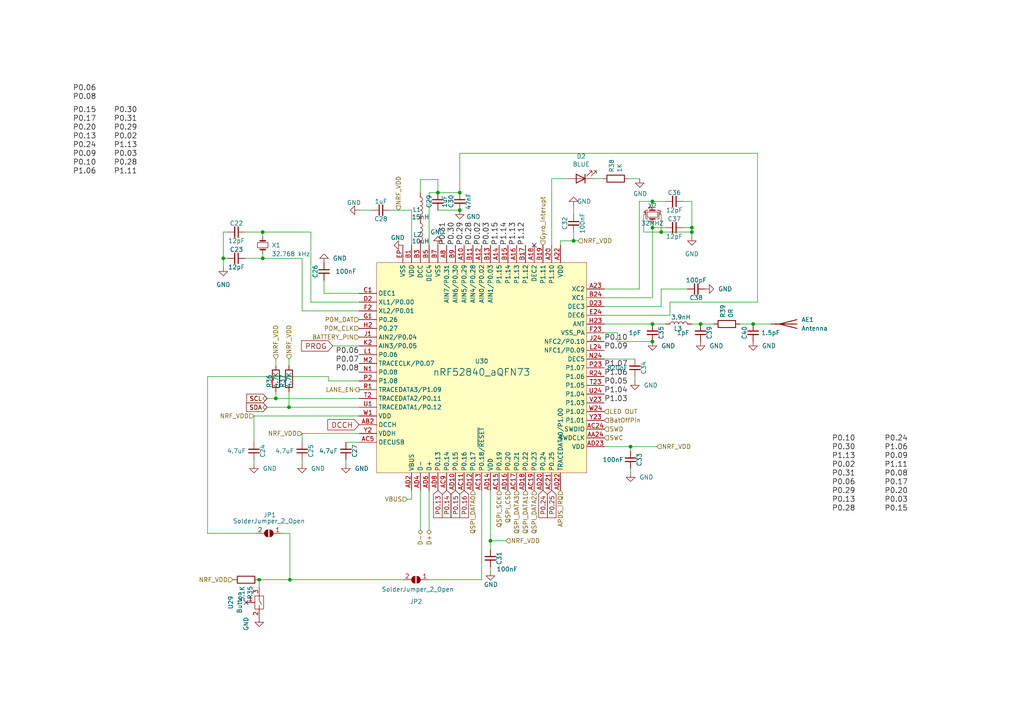
<source format=kicad_sch>
(kicad_sch (version 20211123) (generator eeschema)

  (uuid f1fe9960-f132-4df8-8f5f-608ec70372cd)

  (paper "A4")

  (lib_symbols
    (symbol "Device:Antenna" (pin_numbers hide) (pin_names (offset 1.016) hide) (in_bom yes) (on_board yes)
      (property "Reference" "AE" (id 0) (at -1.905 1.905 0)
        (effects (font (size 1.27 1.27)) (justify right))
      )
      (property "Value" "Antenna" (id 1) (at -1.905 0 0)
        (effects (font (size 1.27 1.27)) (justify right))
      )
      (property "Footprint" "" (id 2) (at 0 0 0)
        (effects (font (size 1.27 1.27)) hide)
      )
      (property "Datasheet" "~" (id 3) (at 0 0 0)
        (effects (font (size 1.27 1.27)) hide)
      )
      (property "ki_keywords" "antenna" (id 4) (at 0 0 0)
        (effects (font (size 1.27 1.27)) hide)
      )
      (property "ki_description" "Antenna" (id 5) (at 0 0 0)
        (effects (font (size 1.27 1.27)) hide)
      )
      (symbol "Antenna_0_1"
        (polyline
          (pts
            (xy 0 2.54)
            (xy 0 -3.81)
          )
          (stroke (width 0.254) (type default) (color 0 0 0 0))
          (fill (type none))
        )
        (polyline
          (pts
            (xy 1.27 2.54)
            (xy 0 -2.54)
            (xy -1.27 2.54)
          )
          (stroke (width 0.254) (type default) (color 0 0 0 0))
          (fill (type none))
        )
      )
      (symbol "Antenna_1_1"
        (pin input line (at 0 -5.08 90) (length 2.54)
          (name "A" (effects (font (size 1.27 1.27))))
          (number "1" (effects (font (size 1.27 1.27))))
        )
      )
    )
    (symbol "Device:C_Small" (pin_numbers hide) (pin_names (offset 0.254) hide) (in_bom yes) (on_board yes)
      (property "Reference" "C" (id 0) (at 0.254 1.778 0)
        (effects (font (size 1.27 1.27)) (justify left))
      )
      (property "Value" "C_Small" (id 1) (at 0.254 -2.032 0)
        (effects (font (size 1.27 1.27)) (justify left))
      )
      (property "Footprint" "" (id 2) (at 0 0 0)
        (effects (font (size 1.27 1.27)) hide)
      )
      (property "Datasheet" "~" (id 3) (at 0 0 0)
        (effects (font (size 1.27 1.27)) hide)
      )
      (property "ki_keywords" "capacitor cap" (id 4) (at 0 0 0)
        (effects (font (size 1.27 1.27)) hide)
      )
      (property "ki_description" "Unpolarized capacitor, small symbol" (id 5) (at 0 0 0)
        (effects (font (size 1.27 1.27)) hide)
      )
      (property "ki_fp_filters" "C_*" (id 6) (at 0 0 0)
        (effects (font (size 1.27 1.27)) hide)
      )
      (symbol "C_Small_0_1"
        (polyline
          (pts
            (xy -1.524 -0.508)
            (xy 1.524 -0.508)
          )
          (stroke (width 0.3302) (type default) (color 0 0 0 0))
          (fill (type none))
        )
        (polyline
          (pts
            (xy -1.524 0.508)
            (xy 1.524 0.508)
          )
          (stroke (width 0.3048) (type default) (color 0 0 0 0))
          (fill (type none))
        )
      )
      (symbol "C_Small_1_1"
        (pin passive line (at 0 2.54 270) (length 2.032)
          (name "~" (effects (font (size 1.27 1.27))))
          (number "1" (effects (font (size 1.27 1.27))))
        )
        (pin passive line (at 0 -2.54 90) (length 2.032)
          (name "~" (effects (font (size 1.27 1.27))))
          (number "2" (effects (font (size 1.27 1.27))))
        )
      )
    )
    (symbol "Device:Crystal_GND24_Small" (pin_names (offset 1.016) hide) (in_bom yes) (on_board yes)
      (property "Reference" "Y" (id 0) (at 1.27 4.445 0)
        (effects (font (size 1.27 1.27)) (justify left))
      )
      (property "Value" "Crystal_GND24_Small" (id 1) (at 1.27 2.54 0)
        (effects (font (size 1.27 1.27)) (justify left))
      )
      (property "Footprint" "" (id 2) (at 0 0 0)
        (effects (font (size 1.27 1.27)) hide)
      )
      (property "Datasheet" "~" (id 3) (at 0 0 0)
        (effects (font (size 1.27 1.27)) hide)
      )
      (property "ki_keywords" "quartz ceramic resonator oscillator" (id 4) (at 0 0 0)
        (effects (font (size 1.27 1.27)) hide)
      )
      (property "ki_description" "Four pin crystal, GND on pins 2 and 4, small symbol" (id 5) (at 0 0 0)
        (effects (font (size 1.27 1.27)) hide)
      )
      (property "ki_fp_filters" "Crystal*" (id 6) (at 0 0 0)
        (effects (font (size 1.27 1.27)) hide)
      )
      (symbol "Crystal_GND24_Small_0_1"
        (rectangle (start -0.762 -1.524) (end 0.762 1.524)
          (stroke (width 0) (type default) (color 0 0 0 0))
          (fill (type none))
        )
        (polyline
          (pts
            (xy -1.27 -0.762)
            (xy -1.27 0.762)
          )
          (stroke (width 0.381) (type default) (color 0 0 0 0))
          (fill (type none))
        )
        (polyline
          (pts
            (xy 1.27 -0.762)
            (xy 1.27 0.762)
          )
          (stroke (width 0.381) (type default) (color 0 0 0 0))
          (fill (type none))
        )
        (polyline
          (pts
            (xy -1.27 -1.27)
            (xy -1.27 -1.905)
            (xy 1.27 -1.905)
            (xy 1.27 -1.27)
          )
          (stroke (width 0) (type default) (color 0 0 0 0))
          (fill (type none))
        )
        (polyline
          (pts
            (xy -1.27 1.27)
            (xy -1.27 1.905)
            (xy 1.27 1.905)
            (xy 1.27 1.27)
          )
          (stroke (width 0) (type default) (color 0 0 0 0))
          (fill (type none))
        )
      )
      (symbol "Crystal_GND24_Small_1_1"
        (pin passive line (at -2.54 0 0) (length 1.27)
          (name "1" (effects (font (size 1.27 1.27))))
          (number "1" (effects (font (size 0.762 0.762))))
        )
        (pin passive line (at 0 -2.54 90) (length 0.635)
          (name "2" (effects (font (size 1.27 1.27))))
          (number "2" (effects (font (size 0.762 0.762))))
        )
        (pin passive line (at 2.54 0 180) (length 1.27)
          (name "3" (effects (font (size 1.27 1.27))))
          (number "3" (effects (font (size 0.762 0.762))))
        )
        (pin passive line (at 0 2.54 270) (length 0.635)
          (name "4" (effects (font (size 1.27 1.27))))
          (number "4" (effects (font (size 0.762 0.762))))
        )
      )
    )
    (symbol "Device:Crystal_Small" (pin_numbers hide) (pin_names (offset 1.016) hide) (in_bom yes) (on_board yes)
      (property "Reference" "Y" (id 0) (at 0 2.54 0)
        (effects (font (size 1.27 1.27)))
      )
      (property "Value" "Crystal_Small" (id 1) (at 0 -2.54 0)
        (effects (font (size 1.27 1.27)))
      )
      (property "Footprint" "" (id 2) (at 0 0 0)
        (effects (font (size 1.27 1.27)) hide)
      )
      (property "Datasheet" "~" (id 3) (at 0 0 0)
        (effects (font (size 1.27 1.27)) hide)
      )
      (property "ki_keywords" "quartz ceramic resonator oscillator" (id 4) (at 0 0 0)
        (effects (font (size 1.27 1.27)) hide)
      )
      (property "ki_description" "Two pin crystal, small symbol" (id 5) (at 0 0 0)
        (effects (font (size 1.27 1.27)) hide)
      )
      (property "ki_fp_filters" "Crystal*" (id 6) (at 0 0 0)
        (effects (font (size 1.27 1.27)) hide)
      )
      (symbol "Crystal_Small_0_1"
        (rectangle (start -0.762 -1.524) (end 0.762 1.524)
          (stroke (width 0) (type default) (color 0 0 0 0))
          (fill (type none))
        )
        (polyline
          (pts
            (xy -1.27 -0.762)
            (xy -1.27 0.762)
          )
          (stroke (width 0.381) (type default) (color 0 0 0 0))
          (fill (type none))
        )
        (polyline
          (pts
            (xy 1.27 -0.762)
            (xy 1.27 0.762)
          )
          (stroke (width 0.381) (type default) (color 0 0 0 0))
          (fill (type none))
        )
      )
      (symbol "Crystal_Small_1_1"
        (pin passive line (at -2.54 0 0) (length 1.27)
          (name "1" (effects (font (size 1.27 1.27))))
          (number "1" (effects (font (size 1.27 1.27))))
        )
        (pin passive line (at 2.54 0 180) (length 1.27)
          (name "2" (effects (font (size 1.27 1.27))))
          (number "2" (effects (font (size 1.27 1.27))))
        )
      )
    )
    (symbol "Device:L" (pin_numbers hide) (pin_names (offset 1.016) hide) (in_bom yes) (on_board yes)
      (property "Reference" "L" (id 0) (at -1.27 0 90)
        (effects (font (size 1.27 1.27)))
      )
      (property "Value" "L" (id 1) (at 1.905 0 90)
        (effects (font (size 1.27 1.27)))
      )
      (property "Footprint" "" (id 2) (at 0 0 0)
        (effects (font (size 1.27 1.27)) hide)
      )
      (property "Datasheet" "~" (id 3) (at 0 0 0)
        (effects (font (size 1.27 1.27)) hide)
      )
      (property "ki_keywords" "inductor choke coil reactor magnetic" (id 4) (at 0 0 0)
        (effects (font (size 1.27 1.27)) hide)
      )
      (property "ki_description" "Inductor" (id 5) (at 0 0 0)
        (effects (font (size 1.27 1.27)) hide)
      )
      (property "ki_fp_filters" "Choke_* *Coil* Inductor_* L_*" (id 6) (at 0 0 0)
        (effects (font (size 1.27 1.27)) hide)
      )
      (symbol "L_0_1"
        (arc (start 0 -2.54) (mid 0.635 -1.905) (end 0 -1.27)
          (stroke (width 0) (type default) (color 0 0 0 0))
          (fill (type none))
        )
        (arc (start 0 -1.27) (mid 0.635 -0.635) (end 0 0)
          (stroke (width 0) (type default) (color 0 0 0 0))
          (fill (type none))
        )
        (arc (start 0 0) (mid 0.635 0.635) (end 0 1.27)
          (stroke (width 0) (type default) (color 0 0 0 0))
          (fill (type none))
        )
        (arc (start 0 1.27) (mid 0.635 1.905) (end 0 2.54)
          (stroke (width 0) (type default) (color 0 0 0 0))
          (fill (type none))
        )
      )
      (symbol "L_1_1"
        (pin passive line (at 0 3.81 270) (length 1.27)
          (name "1" (effects (font (size 1.27 1.27))))
          (number "1" (effects (font (size 1.27 1.27))))
        )
        (pin passive line (at 0 -3.81 90) (length 1.27)
          (name "2" (effects (font (size 1.27 1.27))))
          (number "2" (effects (font (size 1.27 1.27))))
        )
      )
    )
    (symbol "Device:LED" (pin_numbers hide) (pin_names (offset 1.016) hide) (in_bom yes) (on_board yes)
      (property "Reference" "D" (id 0) (at 0 2.54 0)
        (effects (font (size 1.27 1.27)))
      )
      (property "Value" "LED" (id 1) (at 0 -2.54 0)
        (effects (font (size 1.27 1.27)))
      )
      (property "Footprint" "" (id 2) (at 0 0 0)
        (effects (font (size 1.27 1.27)) hide)
      )
      (property "Datasheet" "~" (id 3) (at 0 0 0)
        (effects (font (size 1.27 1.27)) hide)
      )
      (property "ki_keywords" "LED diode" (id 4) (at 0 0 0)
        (effects (font (size 1.27 1.27)) hide)
      )
      (property "ki_description" "Light emitting diode" (id 5) (at 0 0 0)
        (effects (font (size 1.27 1.27)) hide)
      )
      (property "ki_fp_filters" "LED* LED_SMD:* LED_THT:*" (id 6) (at 0 0 0)
        (effects (font (size 1.27 1.27)) hide)
      )
      (symbol "LED_0_1"
        (polyline
          (pts
            (xy -1.27 -1.27)
            (xy -1.27 1.27)
          )
          (stroke (width 0.254) (type default) (color 0 0 0 0))
          (fill (type none))
        )
        (polyline
          (pts
            (xy -1.27 0)
            (xy 1.27 0)
          )
          (stroke (width 0) (type default) (color 0 0 0 0))
          (fill (type none))
        )
        (polyline
          (pts
            (xy 1.27 -1.27)
            (xy 1.27 1.27)
            (xy -1.27 0)
            (xy 1.27 -1.27)
          )
          (stroke (width 0.254) (type default) (color 0 0 0 0))
          (fill (type none))
        )
        (polyline
          (pts
            (xy -3.048 -0.762)
            (xy -4.572 -2.286)
            (xy -3.81 -2.286)
            (xy -4.572 -2.286)
            (xy -4.572 -1.524)
          )
          (stroke (width 0) (type default) (color 0 0 0 0))
          (fill (type none))
        )
        (polyline
          (pts
            (xy -1.778 -0.762)
            (xy -3.302 -2.286)
            (xy -2.54 -2.286)
            (xy -3.302 -2.286)
            (xy -3.302 -1.524)
          )
          (stroke (width 0) (type default) (color 0 0 0 0))
          (fill (type none))
        )
      )
      (symbol "LED_1_1"
        (pin passive line (at -3.81 0 0) (length 2.54)
          (name "K" (effects (font (size 1.27 1.27))))
          (number "1" (effects (font (size 1.27 1.27))))
        )
        (pin passive line (at 3.81 0 180) (length 2.54)
          (name "A" (effects (font (size 1.27 1.27))))
          (number "2" (effects (font (size 1.27 1.27))))
        )
      )
    )
    (symbol "Device:R" (pin_numbers hide) (pin_names (offset 0)) (in_bom yes) (on_board yes)
      (property "Reference" "R" (id 0) (at 2.032 0 90)
        (effects (font (size 1.27 1.27)))
      )
      (property "Value" "R" (id 1) (at 0 0 90)
        (effects (font (size 1.27 1.27)))
      )
      (property "Footprint" "" (id 2) (at -1.778 0 90)
        (effects (font (size 1.27 1.27)) hide)
      )
      (property "Datasheet" "~" (id 3) (at 0 0 0)
        (effects (font (size 1.27 1.27)) hide)
      )
      (property "ki_keywords" "R res resistor" (id 4) (at 0 0 0)
        (effects (font (size 1.27 1.27)) hide)
      )
      (property "ki_description" "Resistor" (id 5) (at 0 0 0)
        (effects (font (size 1.27 1.27)) hide)
      )
      (property "ki_fp_filters" "R_*" (id 6) (at 0 0 0)
        (effects (font (size 1.27 1.27)) hide)
      )
      (symbol "R_0_1"
        (rectangle (start -1.016 -2.54) (end 1.016 2.54)
          (stroke (width 0.254) (type default) (color 0 0 0 0))
          (fill (type none))
        )
      )
      (symbol "R_1_1"
        (pin passive line (at 0 3.81 270) (length 1.27)
          (name "~" (effects (font (size 1.27 1.27))))
          (number "1" (effects (font (size 1.27 1.27))))
        )
        (pin passive line (at 0 -3.81 90) (length 1.27)
          (name "~" (effects (font (size 1.27 1.27))))
          (number "2" (effects (font (size 1.27 1.27))))
        )
      )
    )
    (symbol "Jumper:SolderJumper_2_Open" (pin_names (offset 0) hide) (in_bom yes) (on_board yes)
      (property "Reference" "JP" (id 0) (at 0 2.032 0)
        (effects (font (size 1.27 1.27)))
      )
      (property "Value" "SolderJumper_2_Open" (id 1) (at 0 -2.54 0)
        (effects (font (size 1.27 1.27)))
      )
      (property "Footprint" "" (id 2) (at 0 0 0)
        (effects (font (size 1.27 1.27)) hide)
      )
      (property "Datasheet" "~" (id 3) (at 0 0 0)
        (effects (font (size 1.27 1.27)) hide)
      )
      (property "ki_keywords" "solder jumper SPST" (id 4) (at 0 0 0)
        (effects (font (size 1.27 1.27)) hide)
      )
      (property "ki_description" "Solder Jumper, 2-pole, open" (id 5) (at 0 0 0)
        (effects (font (size 1.27 1.27)) hide)
      )
      (property "ki_fp_filters" "SolderJumper*Open*" (id 6) (at 0 0 0)
        (effects (font (size 1.27 1.27)) hide)
      )
      (symbol "SolderJumper_2_Open_0_1"
        (arc (start -0.254 1.016) (mid -1.27 0) (end -0.254 -1.016)
          (stroke (width 0) (type default) (color 0 0 0 0))
          (fill (type none))
        )
        (arc (start -0.254 1.016) (mid -1.27 0) (end -0.254 -1.016)
          (stroke (width 0) (type default) (color 0 0 0 0))
          (fill (type outline))
        )
        (polyline
          (pts
            (xy -0.254 1.016)
            (xy -0.254 -1.016)
          )
          (stroke (width 0) (type default) (color 0 0 0 0))
          (fill (type none))
        )
        (polyline
          (pts
            (xy 0.254 1.016)
            (xy 0.254 -1.016)
          )
          (stroke (width 0) (type default) (color 0 0 0 0))
          (fill (type none))
        )
        (arc (start 0.254 -1.016) (mid 1.27 0) (end 0.254 1.016)
          (stroke (width 0) (type default) (color 0 0 0 0))
          (fill (type none))
        )
        (arc (start 0.254 -1.016) (mid 1.27 0) (end 0.254 1.016)
          (stroke (width 0) (type default) (color 0 0 0 0))
          (fill (type outline))
        )
      )
      (symbol "SolderJumper_2_Open_1_1"
        (pin passive line (at -3.81 0 0) (length 2.54)
          (name "A" (effects (font (size 1.27 1.27))))
          (number "1" (effects (font (size 1.27 1.27))))
        )
        (pin passive line (at 3.81 0 180) (length 2.54)
          (name "B" (effects (font (size 1.27 1.27))))
          (number "2" (effects (font (size 1.27 1.27))))
        )
      )
    )
    (symbol "Library:Button" (in_bom yes) (on_board yes)
      (property "Reference" "U" (id 0) (at 1.905 2.54 0)
        (effects (font (size 1.27 1.27)))
      )
      (property "Value" "Button" (id 1) (at 1.905 1.27 0)
        (effects (font (size 1.27 1.27)))
      )
      (property "Footprint" "Library:Button" (id 2) (at 1.905 -6.35 0)
        (effects (font (size 1.27 1.27)) hide)
      )
      (property "Datasheet" "" (id 3) (at 0 0 0)
        (effects (font (size 1.27 1.27)) hide)
      )
      (symbol "Button_0_1"
        (rectangle (start 0 -0.635) (end 3.81 -3.175)
          (stroke (width 0) (type default) (color 0 0 0 0))
          (fill (type none))
        )
        (polyline
          (pts
            (xy 2.7193 -1.905)
            (xy 3.81 -1.905)
          )
          (stroke (width 0) (type default) (color 0 0 0 0))
          (fill (type none))
        )
        (polyline
          (pts
            (xy 0 -1.905)
            (xy 1.27 -1.905)
            (xy 2.54 -1.27)
          )
          (stroke (width 0) (type default) (color 0 0 0 0))
          (fill (type none))
        )
      )
      (symbol "Button_1_1"
        (pin input line (at 1.905 -5.715 90) (length 2.54)
          (name "" (effects (font (size 1.27 1.27))))
          (number "1" (effects (font (size 1.27 1.27))))
        )
        (pin input line (at 6.35 -1.905 180) (length 2.54)
          (name "" (effects (font (size 1.27 1.27))))
          (number "2" (effects (font (size 1.27 1.27))))
        )
        (pin input line (at -2.54 -1.905 0) (length 2.54)
          (name "" (effects (font (size 1.27 1.27))))
          (number "3" (effects (font (size 1.27 1.27))))
        )
      )
    )
    (symbol "MCU_Nordic:nRF52840_aQFN73" (in_bom yes) (on_board yes)
      (property "Reference" "U" (id 0) (at -5.08 92.71 0)
        (effects (font (size 1.27 1.27)))
      )
      (property "Value" "nRF52840_aQFN73" (id 1) (at 0 0 0)
        (effects (font (size 2 2)))
      )
      (property "Footprint" "" (id 2) (at -5.08 92.71 0)
        (effects (font (size 1.27 1.27)) hide)
      )
      (property "Datasheet" "" (id 3) (at -5.08 92.71 0)
        (effects (font (size 1.27 1.27)) hide)
      )
      (property "ki_fp_filters" "Nordic*AQFN*1EP*7x7mm*P0.5mm*" (id 4) (at 0 0 0)
        (effects (font (size 1.27 1.27)) hide)
      )
      (symbol "nRF52840_aQFN73_0_1"
        (rectangle (start -30.48 30.48) (end 30.48 -30.48)
          (stroke (width 0.1) (type default) (color 0 0 0 0))
          (fill (type background))
        )
      )
      (symbol "nRF52840_aQFN73_1_1"
        (pin bidirectional line (at -5.08 35.56 270) (length 5.08)
          (name "AIN5/P0.29" (effects (font (size 1.27 1.27))))
          (number "A10" (effects (font (size 1.27 1.27))))
        )
        (pin bidirectional line (at 0 35.56 270) (length 5.08)
          (name "AIN0/P0.02" (effects (font (size 1.27 1.27))))
          (number "A12" (effects (font (size 1.27 1.27))))
        )
        (pin bidirectional line (at 5.08 35.56 270) (length 5.08)
          (name "P1.15" (effects (font (size 1.27 1.27))))
          (number "A14" (effects (font (size 1.27 1.27))))
        )
        (pin bidirectional line (at 10.16 35.56 270) (length 5.08)
          (name "P1.13" (effects (font (size 1.27 1.27))))
          (number "A16" (effects (font (size 1.27 1.27))))
        )
        (pin passive line (at 15.24 35.56 270) (length 5.08)
          (name "DEC2" (effects (font (size 1.27 1.27))))
          (number "A18" (effects (font (size 1.27 1.27))))
        )
        (pin bidirectional line (at 20.32 35.56 270) (length 5.08)
          (name "P1.10" (effects (font (size 1.27 1.27))))
          (number "A20" (effects (font (size 1.27 1.27))))
        )
        (pin passive line (at 22.86 35.56 270) (length 5.08)
          (name "VDD" (effects (font (size 1.27 1.27))))
          (number "A22" (effects (font (size 1.27 1.27))))
        )
        (pin input line (at 35.56 22.86 180) (length 5.08)
          (name "XC2" (effects (font (size 1.27 1.27))))
          (number "A23" (effects (font (size 1.27 1.27))))
        )
        (pin bidirectional line (at -10.16 35.56 270) (length 5.08)
          (name "AIN7/P0.31" (effects (font (size 1.27 1.27))))
          (number "A8" (effects (font (size 1.27 1.27))))
        )
        (pin input line (at 35.56 -20.32 180) (length 5.08)
          (name "SWDCLK" (effects (font (size 1.27 1.27))))
          (number "AA24" (effects (font (size 1.27 1.27))))
        )
        (pin power_out line (at -35.56 -16.51 0) (length 5.08)
          (name "DCCH" (effects (font (size 1.27 1.27))))
          (number "AB2" (effects (font (size 1.27 1.27))))
        )
        (pin bidirectional line (at -5.08 -35.56 90) (length 5.08)
          (name "P0.16" (effects (font (size 1.27 1.27))))
          (number "AC11" (effects (font (size 1.27 1.27))))
        )
        (pin bidirectional line (at 0 -35.56 90) (length 5.08)
          (name "P0.18/~{RESET}" (effects (font (size 1.27 1.27))))
          (number "AC13" (effects (font (size 1.27 1.27))))
        )
        (pin bidirectional line (at 5.08 -35.56 90) (length 5.08)
          (name "P0.19" (effects (font (size 1.27 1.27))))
          (number "AC15" (effects (font (size 1.27 1.27))))
        )
        (pin bidirectional line (at 10.16 -35.56 90) (length 5.08)
          (name "P0.21" (effects (font (size 1.27 1.27))))
          (number "AC17" (effects (font (size 1.27 1.27))))
        )
        (pin bidirectional line (at 15.24 -35.56 90) (length 5.08)
          (name "P0.23" (effects (font (size 1.27 1.27))))
          (number "AC19" (effects (font (size 1.27 1.27))))
        )
        (pin bidirectional line (at 20.32 -35.56 90) (length 5.08)
          (name "P0.25" (effects (font (size 1.27 1.27))))
          (number "AC21" (effects (font (size 1.27 1.27))))
        )
        (pin bidirectional line (at 35.56 -17.78 180) (length 5.08)
          (name "SWDIO" (effects (font (size 1.27 1.27))))
          (number "AC24" (effects (font (size 1.27 1.27))))
        )
        (pin passive line (at -35.56 -21.59 0) (length 5.08)
          (name "DECUSB" (effects (font (size 1.27 1.27))))
          (number "AC5" (effects (font (size 1.27 1.27))))
        )
        (pin bidirectional line (at -10.16 -35.56 90) (length 5.08)
          (name "P0.14" (effects (font (size 1.27 1.27))))
          (number "AC9" (effects (font (size 1.27 1.27))))
        )
        (pin bidirectional line (at -7.62 -35.56 90) (length 5.08)
          (name "P0.15" (effects (font (size 1.27 1.27))))
          (number "AD10" (effects (font (size 1.27 1.27))))
        )
        (pin bidirectional line (at -2.54 -35.56 90) (length 5.08)
          (name "P0.17" (effects (font (size 1.27 1.27))))
          (number "AD12" (effects (font (size 1.27 1.27))))
        )
        (pin passive line (at 2.54 -35.56 90) (length 5.08)
          (name "VDD" (effects (font (size 1.27 1.27))))
          (number "AD14" (effects (font (size 1.27 1.27))))
        )
        (pin bidirectional line (at 7.62 -35.56 90) (length 5.08)
          (name "P0.20" (effects (font (size 1.27 1.27))))
          (number "AD16" (effects (font (size 1.27 1.27))))
        )
        (pin bidirectional line (at 12.7 -35.56 90) (length 5.08)
          (name "P0.22" (effects (font (size 1.27 1.27))))
          (number "AD18" (effects (font (size 1.27 1.27))))
        )
        (pin power_in line (at -20.32 -35.56 90) (length 5.08)
          (name "VBUS" (effects (font (size 1.27 1.27))))
          (number "AD2" (effects (font (size 1.27 1.27))))
        )
        (pin bidirectional line (at 17.78 -35.56 90) (length 5.08)
          (name "P0.24" (effects (font (size 1.27 1.27))))
          (number "AD20" (effects (font (size 1.27 1.27))))
        )
        (pin bidirectional line (at 22.86 -35.56 90) (length 5.08)
          (name "TRACEDATA0/P1.00" (effects (font (size 1.27 1.27))))
          (number "AD22" (effects (font (size 1.27 1.27))))
        )
        (pin passive line (at 35.56 -22.86 180) (length 5.08)
          (name "VDD" (effects (font (size 1.27 1.27))))
          (number "AD23" (effects (font (size 1.27 1.27))))
        )
        (pin bidirectional line (at -17.78 -35.56 90) (length 5.08)
          (name "D-" (effects (font (size 1.27 1.27))))
          (number "AD4" (effects (font (size 1.27 1.27))))
        )
        (pin bidirectional line (at -15.24 -35.56 90) (length 5.08)
          (name "D+" (effects (font (size 1.27 1.27))))
          (number "AD6" (effects (font (size 1.27 1.27))))
        )
        (pin bidirectional line (at -12.7 -35.56 90) (length 5.08)
          (name "P0.13" (effects (font (size 1.27 1.27))))
          (number "AD8" (effects (font (size 1.27 1.27))))
        )
        (pin power_in line (at -20.32 35.56 270) (length 5.08)
          (name "VDD" (effects (font (size 1.27 1.27))))
          (number "B1" (effects (font (size 1.27 1.27))))
        )
        (pin bidirectional line (at -2.54 35.56 270) (length 5.08)
          (name "AIN4/P0.28" (effects (font (size 1.27 1.27))))
          (number "B11" (effects (font (size 1.27 1.27))))
        )
        (pin bidirectional line (at 2.54 35.56 270) (length 5.08)
          (name "AIN1/P0.03" (effects (font (size 1.27 1.27))))
          (number "B13" (effects (font (size 1.27 1.27))))
        )
        (pin bidirectional line (at 7.62 35.56 270) (length 5.08)
          (name "P1.14" (effects (font (size 1.27 1.27))))
          (number "B15" (effects (font (size 1.27 1.27))))
        )
        (pin bidirectional line (at 12.7 35.56 270) (length 5.08)
          (name "P1.12" (effects (font (size 1.27 1.27))))
          (number "B17" (effects (font (size 1.27 1.27))))
        )
        (pin bidirectional line (at 17.78 35.56 270) (length 5.08)
          (name "P1.11" (effects (font (size 1.27 1.27))))
          (number "B19" (effects (font (size 1.27 1.27))))
        )
        (pin input line (at 35.56 20.32 180) (length 5.08)
          (name "XC1" (effects (font (size 1.27 1.27))))
          (number "B24" (effects (font (size 1.27 1.27))))
        )
        (pin power_out line (at -17.78 35.56 270) (length 5.08)
          (name "DCC" (effects (font (size 1.27 1.27))))
          (number "B3" (effects (font (size 1.27 1.27))))
        )
        (pin passive line (at -15.24 35.56 270) (length 5.08)
          (name "DEC4" (effects (font (size 1.27 1.27))))
          (number "B5" (effects (font (size 1.27 1.27))))
        )
        (pin power_in line (at -12.7 35.56 270) (length 5.08)
          (name "VSS" (effects (font (size 1.27 1.27))))
          (number "B7" (effects (font (size 1.27 1.27))))
        )
        (pin bidirectional line (at -7.62 35.56 270) (length 5.08)
          (name "AIN6/P0.30" (effects (font (size 1.27 1.27))))
          (number "B9" (effects (font (size 1.27 1.27))))
        )
        (pin passive line (at -35.56 21.59 0) (length 5.08)
          (name "DEC1" (effects (font (size 1.27 1.27))))
          (number "C1" (effects (font (size 1.27 1.27))))
        )
        (pin bidirectional line (at -35.56 19.05 0) (length 5.08)
          (name "XL1/P0.00" (effects (font (size 1.27 1.27))))
          (number "D2" (effects (font (size 1.27 1.27))))
        )
        (pin passive line (at 35.56 17.78 180) (length 5.08)
          (name "DEC3" (effects (font (size 1.27 1.27))))
          (number "D23" (effects (font (size 1.27 1.27))))
        )
        (pin passive line (at 35.56 15.24 180) (length 5.08)
          (name "DEC6" (effects (font (size 1.27 1.27))))
          (number "E24" (effects (font (size 1.27 1.27))))
        )
        (pin passive line (at -22.86 35.56 270) (length 5.08)
          (name "VSS" (effects (font (size 1.27 1.27))))
          (number "EP" (effects (font (size 1.27 1.27))))
        )
        (pin bidirectional line (at -35.56 16.51 0) (length 5.08)
          (name "XL2/P0.01" (effects (font (size 1.27 1.27))))
          (number "F2" (effects (font (size 1.27 1.27))))
        )
        (pin power_in line (at 35.56 10.16 180) (length 5.08)
          (name "VSS_PA" (effects (font (size 1.27 1.27))))
          (number "F23" (effects (font (size 1.27 1.27))))
        )
        (pin bidirectional line (at -35.56 13.97 0) (length 5.08)
          (name "P0.26" (effects (font (size 1.27 1.27))))
          (number "G1" (effects (font (size 1.27 1.27))))
        )
        (pin bidirectional line (at -35.56 11.43 0) (length 5.08)
          (name "P0.27" (effects (font (size 1.27 1.27))))
          (number "H2" (effects (font (size 1.27 1.27))))
        )
        (pin passive line (at 35.56 12.7 180) (length 5.08)
          (name "ANT" (effects (font (size 1.27 1.27))))
          (number "H23" (effects (font (size 1.27 1.27))))
        )
        (pin bidirectional line (at -35.56 8.89 0) (length 5.08)
          (name "AIN2/P0.04" (effects (font (size 1.27 1.27))))
          (number "J1" (effects (font (size 1.27 1.27))))
        )
        (pin bidirectional line (at 35.56 7.62 180) (length 5.08)
          (name "NFC2/P0.10" (effects (font (size 1.27 1.27))))
          (number "J24" (effects (font (size 1.27 1.27))))
        )
        (pin bidirectional line (at -35.56 6.35 0) (length 5.08)
          (name "AIN3/P0.05" (effects (font (size 1.27 1.27))))
          (number "K2" (effects (font (size 1.27 1.27))))
        )
        (pin bidirectional line (at -35.56 3.81 0) (length 5.08)
          (name "P0.06" (effects (font (size 1.27 1.27))))
          (number "L1" (effects (font (size 1.27 1.27))))
        )
        (pin bidirectional line (at 35.56 5.08 180) (length 5.08)
          (name "NFC1/P0.09" (effects (font (size 1.27 1.27))))
          (number "L24" (effects (font (size 1.27 1.27))))
        )
        (pin bidirectional line (at -35.56 1.27 0) (length 5.08)
          (name "TRACECLK/P0.07" (effects (font (size 1.27 1.27))))
          (number "M2" (effects (font (size 1.27 1.27))))
        )
        (pin bidirectional line (at -35.56 -1.27 0) (length 5.08)
          (name "P0.08" (effects (font (size 1.27 1.27))))
          (number "N1" (effects (font (size 1.27 1.27))))
        )
        (pin passive line (at 35.56 2.54 180) (length 5.08)
          (name "DEC5" (effects (font (size 1.27 1.27))))
          (number "N24" (effects (font (size 1.27 1.27))))
        )
        (pin bidirectional line (at -35.56 -3.81 0) (length 5.08)
          (name "P1.08" (effects (font (size 1.27 1.27))))
          (number "P2" (effects (font (size 1.27 1.27))))
        )
        (pin bidirectional line (at 35.56 0 180) (length 5.08)
          (name "P1.07" (effects (font (size 1.27 1.27))))
          (number "P23" (effects (font (size 1.27 1.27))))
        )
        (pin bidirectional line (at -35.56 -6.35 0) (length 5.08)
          (name "TRACEDATA3/P1.09" (effects (font (size 1.27 1.27))))
          (number "R1" (effects (font (size 1.27 1.27))))
        )
        (pin bidirectional line (at 35.56 -2.54 180) (length 5.08)
          (name "P1.06" (effects (font (size 1.27 1.27))))
          (number "R24" (effects (font (size 1.27 1.27))))
        )
        (pin bidirectional line (at -35.56 -8.89 0) (length 5.08)
          (name "TRACEDATA2/P0.11" (effects (font (size 1.27 1.27))))
          (number "T2" (effects (font (size 1.27 1.27))))
        )
        (pin bidirectional line (at 35.56 -5.08 180) (length 5.08)
          (name "P1.05" (effects (font (size 1.27 1.27))))
          (number "T23" (effects (font (size 1.27 1.27))))
        )
        (pin bidirectional line (at -35.56 -11.43 0) (length 5.08)
          (name "TRACEDATA1/P0.12" (effects (font (size 1.27 1.27))))
          (number "U1" (effects (font (size 1.27 1.27))))
        )
        (pin bidirectional line (at 35.56 -7.62 180) (length 5.08)
          (name "P1.04" (effects (font (size 1.27 1.27))))
          (number "U24" (effects (font (size 1.27 1.27))))
        )
        (pin bidirectional line (at 35.56 -10.16 180) (length 5.08)
          (name "P1.03" (effects (font (size 1.27 1.27))))
          (number "V23" (effects (font (size 1.27 1.27))))
        )
        (pin passive line (at -35.56 -13.97 0) (length 5.08)
          (name "VDD" (effects (font (size 1.27 1.27))))
          (number "W1" (effects (font (size 1.27 1.27))))
        )
        (pin bidirectional line (at 35.56 -12.7 180) (length 5.08)
          (name "P1.02" (effects (font (size 1.27 1.27))))
          (number "W24" (effects (font (size 1.27 1.27))))
        )
        (pin power_in line (at -35.56 -19.05 0) (length 5.08)
          (name "VDDH" (effects (font (size 1.27 1.27))))
          (number "Y2" (effects (font (size 1.27 1.27))))
        )
        (pin bidirectional line (at 35.56 -15.24 180) (length 5.08)
          (name "P1.01" (effects (font (size 1.27 1.27))))
          (number "Y23" (effects (font (size 1.27 1.27))))
        )
      )
    )
    (symbol "power:GND" (power) (pin_names (offset 0)) (in_bom yes) (on_board yes)
      (property "Reference" "#PWR" (id 0) (at 0 -6.35 0)
        (effects (font (size 1.27 1.27)) hide)
      )
      (property "Value" "GND" (id 1) (at 0 -3.81 0)
        (effects (font (size 1.27 1.27)))
      )
      (property "Footprint" "" (id 2) (at 0 0 0)
        (effects (font (size 1.27 1.27)) hide)
      )
      (property "Datasheet" "" (id 3) (at 0 0 0)
        (effects (font (size 1.27 1.27)) hide)
      )
      (property "ki_keywords" "power-flag" (id 4) (at 0 0 0)
        (effects (font (size 1.27 1.27)) hide)
      )
      (property "ki_description" "Power symbol creates a global label with name \"GND\" , ground" (id 5) (at 0 0 0)
        (effects (font (size 1.27 1.27)) hide)
      )
      (symbol "GND_0_1"
        (polyline
          (pts
            (xy 0 0)
            (xy 0 -1.27)
            (xy 1.27 -1.27)
            (xy 0 -2.54)
            (xy -1.27 -1.27)
            (xy 0 -1.27)
          )
          (stroke (width 0) (type default) (color 0 0 0 0))
          (fill (type none))
        )
      )
      (symbol "GND_1_1"
        (pin power_in line (at 0 0 270) (length 0) hide
          (name "GND" (effects (font (size 1.27 1.27))))
          (number "1" (effects (font (size 1.27 1.27))))
        )
      )
    )
  )

  (junction (at 64.77 74.93) (diameter 0) (color 0 0 0 0)
    (uuid 163bb2e9-f2c1-41c2-9488-a0d0d8f2fc99)
  )
  (junction (at 203.2 93.98) (diameter 0) (color 0 0 0 0)
    (uuid 1cc29bf8-a804-4460-b8f7-a75a607edcd8)
  )
  (junction (at 182.88 129.54) (diameter 0) (color 0 0 0 0)
    (uuid 23acb6fb-1cf3-4741-946f-f98e7d11e0e3)
  )
  (junction (at 191.77 67.31) (diameter 0) (color 0 0 0 0)
    (uuid 28b13b71-2924-4787-84dc-1a3a3ade5eee)
  )
  (junction (at 80.01 115.57) (diameter 0) (color 0 0 0 0)
    (uuid 368cd119-3af3-4392-adb0-2cbd6e22ce09)
  )
  (junction (at 76.2 67.31) (diameter 0) (color 0 0 0 0)
    (uuid 4fe5dcf3-5a67-4b74-95a3-436c81e6381a)
  )
  (junction (at 200.66 66.04) (diameter 0) (color 0 0 0 0)
    (uuid 54955132-4175-49f6-b51f-ce503f26bd29)
  )
  (junction (at 200.66 67.31) (diameter 0) (color 0 0 0 0)
    (uuid 65027ce8-a9eb-49af-bd4d-58cf5ef5c96a)
  )
  (junction (at 127 55.88) (diameter 0) (color 0 0 0 0)
    (uuid 70dadba5-2bc2-495c-ab1f-7f0900f9a5ea)
  )
  (junction (at 133.35 55.88) (diameter 0) (color 0 0 0 0)
    (uuid 7c412b69-a958-469f-bb22-fad90a17601e)
  )
  (junction (at 218.44 93.98) (diameter 0) (color 0 0 0 0)
    (uuid 8224109e-2cd0-46ef-8864-045be4835f68)
  )
  (junction (at 189.23 58.42) (diameter 0) (color 0 0 0 0)
    (uuid 89772366-845c-4091-9c9b-5f0b12e31305)
  )
  (junction (at 83.82 118.11) (diameter 0) (color 0 0 0 0)
    (uuid 90e22e96-afe9-406d-9464-44789955d0b1)
  )
  (junction (at 75.184 168.148) (diameter 0) (color 0 0 0 0)
    (uuid b957dd25-765f-41da-99f8-205f5491f1aa)
  )
  (junction (at 166.37 69.85) (diameter 0) (color 0 0 0 0)
    (uuid bb0fc6ce-b0bb-4ca6-ae87-b79c4b8f27f6)
  )
  (junction (at 142.24 156.845) (diameter 0) (color 0 0 0 0)
    (uuid d015dbfb-690a-419a-99e5-39d9941a4cdb)
  )
  (junction (at 76.2 74.93) (diameter 0) (color 0 0 0 0)
    (uuid d404ca53-8240-4d15-bc4c-0e6aa8271339)
  )
  (junction (at 189.23 66.04) (diameter 0) (color 0 0 0 0)
    (uuid dcc19392-02f1-4963-b594-632213f8ae1c)
  )
  (junction (at 84.074 168.148) (diameter 0) (color 0 0 0 0)
    (uuid e0500c64-4b1b-412f-af2d-cf4657c5296b)
  )
  (junction (at 133.35 60.96) (diameter 0) (color 0 0 0 0)
    (uuid f0f35a24-d179-4e12-b0d3-e8a0bc5e5ab1)
  )
  (junction (at 189.23 93.98) (diameter 0) (color 0 0 0 0)
    (uuid f80c68bb-f634-43cf-9444-d8c96c583fb4)
  )
  (junction (at 189.23 99.06) (diameter 0) (color 0 0 0 0)
    (uuid fc680dac-80dd-437b-8c5e-6ae65649f91b)
  )

  (no_connect (at 154.94 71.12) (uuid 34dbed51-3087-44cc-b956-faa0c31e69e5))
  (no_connect (at 71.374 174.752) (uuid d7e39c52-40a1-4def-abee-585cb60a306b))

  (wire (pts (xy 124.46 71.12) (xy 124.46 55.88))
    (stroke (width 0) (type default) (color 0 0 0 0))
    (uuid 008f4a48-91e4-4348-a7f9-f44e43682379)
  )
  (wire (pts (xy 107.95 60.96) (xy 104.14 60.96))
    (stroke (width 0) (type default) (color 0 0 0 0))
    (uuid 03c6758e-83f5-4b49-a3b6-e6ba661cb752)
  )
  (wire (pts (xy 175.26 83.82) (xy 185.42 83.82))
    (stroke (width 0) (type default) (color 0 0 0 0))
    (uuid 062b2c4e-9c73-45a1-ab61-7bc961252a08)
  )
  (wire (pts (xy 200.66 67.31) (xy 200.66 68.58))
    (stroke (width 0) (type default) (color 0 0 0 0))
    (uuid 0d19935f-b7e9-432f-b13c-d4407e3bb612)
  )
  (wire (pts (xy 185.42 58.42) (xy 189.23 58.42))
    (stroke (width 0) (type default) (color 0 0 0 0))
    (uuid 10bd597a-eeed-413a-a8f2-ed0278098380)
  )
  (wire (pts (xy 175.26 93.98) (xy 189.23 93.98))
    (stroke (width 0) (type default) (color 0 0 0 0))
    (uuid 11a6c567-2fd1-457e-a0fc-78908cfa46ab)
  )
  (wire (pts (xy 200.66 66.04) (xy 200.66 67.31))
    (stroke (width 0) (type default) (color 0 0 0 0))
    (uuid 1554faed-2774-462c-9754-9dd0dbe67398)
  )
  (wire (pts (xy 75.184 168.148) (xy 75.184 170.307))
    (stroke (width 0) (type default) (color 0 0 0 0))
    (uuid 15e2cb35-a502-402c-b131-a7596888be59)
  )
  (wire (pts (xy 80.01 115.57) (xy 80.01 113.665))
    (stroke (width 0) (type default) (color 0 0 0 0))
    (uuid 16e4e382-b537-4061-9f78-3d69ee9b2114)
  )
  (wire (pts (xy 119.38 60.96) (xy 119.38 71.12))
    (stroke (width 0) (type default) (color 0 0 0 0))
    (uuid 182ed8ec-36c0-4897-bfcb-4f8926238079)
  )
  (wire (pts (xy 87.63 90.17) (xy 104.14 90.17))
    (stroke (width 0) (type default) (color 0 0 0 0))
    (uuid 1c432fd5-9007-4766-b6f1-45ff91fc5742)
  )
  (wire (pts (xy 87.63 74.93) (xy 87.63 90.17))
    (stroke (width 0) (type default) (color 0 0 0 0))
    (uuid 1cd37ddf-b583-489e-b746-071c05996583)
  )
  (wire (pts (xy 73.66 120.65) (xy 104.14 120.65))
    (stroke (width 0) (type default) (color 0 0 0 0))
    (uuid 1d17241e-69ec-4762-99f2-3d558b2155a2)
  )
  (wire (pts (xy 162.56 69.85) (xy 166.37 69.85))
    (stroke (width 0) (type default) (color 0 0 0 0))
    (uuid 21fd7b80-f9fe-47eb-a9aa-2bfc9d7f506c)
  )
  (wire (pts (xy 124.46 142.24) (xy 124.46 153.67))
    (stroke (width 0) (type default) (color 0 0 0 0))
    (uuid 2281df1e-f751-4d6e-8c3c-2a206537ae80)
  )
  (wire (pts (xy 76.2 73.66) (xy 76.2 74.93))
    (stroke (width 0) (type default) (color 0 0 0 0))
    (uuid 236ab875-40e4-40fe-82c2-a1d9aa9964a3)
  )
  (wire (pts (xy 162.56 69.85) (xy 162.56 71.12))
    (stroke (width 0) (type default) (color 0 0 0 0))
    (uuid 27569390-923e-4ace-b8b8-2d227ebbaa5c)
  )
  (wire (pts (xy 118.11 144.78) (xy 119.38 144.78))
    (stroke (width 0) (type default) (color 0 0 0 0))
    (uuid 2a1d5166-d5e6-490c-ba2b-833f2be82e00)
  )
  (wire (pts (xy 198.12 66.04) (xy 200.66 66.04))
    (stroke (width 0) (type default) (color 0 0 0 0))
    (uuid 2ba34d78-0de1-4304-98af-ab5747ed26a0)
  )
  (wire (pts (xy 175.26 129.54) (xy 182.88 129.54))
    (stroke (width 0) (type default) (color 0 0 0 0))
    (uuid 2bcbf104-3815-493e-9563-ec4d6eda847c)
  )
  (wire (pts (xy 113.03 60.96) (xy 119.38 60.96))
    (stroke (width 0) (type default) (color 0 0 0 0))
    (uuid 2c611528-f245-4e4a-9c9e-59530f7e358c)
  )
  (wire (pts (xy 87.63 125.73) (xy 87.63 128.27))
    (stroke (width 0) (type default) (color 0 0 0 0))
    (uuid 2cd0b6b4-8bb5-4cb7-859a-68408bf876c0)
  )
  (wire (pts (xy 186.69 62.23) (xy 186.69 67.31))
    (stroke (width 0) (type default) (color 0 0 0 0))
    (uuid 2efb18ea-74dc-4b85-97a7-79446b64df35)
  )
  (wire (pts (xy 73.66 128.27) (xy 73.66 120.65))
    (stroke (width 0) (type default) (color 0 0 0 0))
    (uuid 2f5e889d-456b-4f9c-814c-832127c688e6)
  )
  (wire (pts (xy 100.33 134.62) (xy 100.33 133.35))
    (stroke (width 0) (type default) (color 0 0 0 0))
    (uuid 34c9b9b4-2d11-4763-8688-b7427bde22c8)
  )
  (wire (pts (xy 64.77 74.93) (xy 64.77 77.47))
    (stroke (width 0) (type default) (color 0 0 0 0))
    (uuid 37a477b9-0466-4ee0-bd5d-31f493ed577e)
  )
  (wire (pts (xy 64.77 67.31) (xy 64.77 74.93))
    (stroke (width 0) (type default) (color 0 0 0 0))
    (uuid 39c3c21a-50a6-4320-a0de-03da39714c8e)
  )
  (wire (pts (xy 104.14 125.73) (xy 87.63 125.73))
    (stroke (width 0) (type default) (color 0 0 0 0))
    (uuid 3ff90224-b46d-410e-a7d4-4b6a87ed8e20)
  )
  (wire (pts (xy 142.24 165.735) (xy 142.24 164.465))
    (stroke (width 0) (type default) (color 0 0 0 0))
    (uuid 4160f284-ebed-4c98-ac2c-f926e5fa6636)
  )
  (wire (pts (xy 175.26 104.14) (xy 184.15 104.14))
    (stroke (width 0) (type default) (color 0 0 0 0))
    (uuid 416c6bb3-de7d-4ee4-94f5-fb4cca7b4d16)
  )
  (wire (pts (xy 75.184 168.148) (xy 84.074 168.148))
    (stroke (width 0) (type default) (color 0 0 0 0))
    (uuid 422f0e87-ee6d-4e21-827c-ffdc46263471)
  )
  (wire (pts (xy 100.33 128.27) (xy 104.14 128.27))
    (stroke (width 0) (type default) (color 0 0 0 0))
    (uuid 4348b863-a742-4e8d-b3a6-88a4593c2f9d)
  )
  (wire (pts (xy 184.15 110.49) (xy 184.15 109.22))
    (stroke (width 0) (type default) (color 0 0 0 0))
    (uuid 44f76dcf-63c1-4b1d-ba66-295d3f3b3ef9)
  )
  (wire (pts (xy 95.25 110.49) (xy 104.14 110.49))
    (stroke (width 0) (type default) (color 0 0 0 0))
    (uuid 45e87f15-4552-4216-bd4b-ec951f6a53de)
  )
  (wire (pts (xy 175.26 96.52) (xy 179.07 96.52))
    (stroke (width 0) (type default) (color 0 0 0 0))
    (uuid 46781c7e-9d8d-4f78-a156-86b7010dc066)
  )
  (wire (pts (xy 172.212 51.816) (xy 174.752 51.816))
    (stroke (width 0) (type default) (color 0 0 0 0))
    (uuid 4746b9c0-8b31-4c96-a2f5-477db9f41c25)
  )
  (wire (pts (xy 194.31 87.63) (xy 219.71 87.63))
    (stroke (width 0) (type default) (color 0 0 0 0))
    (uuid 4a828cdd-f0e7-4f8b-93e1-75d75f669685)
  )
  (wire (pts (xy 142.24 159.385) (xy 142.24 156.845))
    (stroke (width 0) (type default) (color 0 0 0 0))
    (uuid 52570098-336c-43d0-9a31-53e3eedeb535)
  )
  (wire (pts (xy 182.88 137.16) (xy 182.88 135.89))
    (stroke (width 0) (type default) (color 0 0 0 0))
    (uuid 53e39225-7e91-41cb-9bf1-4fcd69fc51f6)
  )
  (wire (pts (xy 64.77 67.31) (xy 66.04 67.31))
    (stroke (width 0) (type default) (color 0 0 0 0))
    (uuid 53fb4f66-7a69-4f04-a4b7-e2283b2ea2b6)
  )
  (wire (pts (xy 124.46 55.88) (xy 127 55.88))
    (stroke (width 0) (type default) (color 0 0 0 0))
    (uuid 55b03024-5250-46a7-bc75-be3f2a2d92b6)
  )
  (wire (pts (xy 182.88 129.54) (xy 182.88 130.81))
    (stroke (width 0) (type default) (color 0 0 0 0))
    (uuid 5696a325-4275-41a2-8946-84396eba1441)
  )
  (wire (pts (xy 160.02 51.816) (xy 164.592 51.816))
    (stroke (width 0) (type default) (color 0 0 0 0))
    (uuid 582d4bea-7416-4590-ad8e-2826a87af7a2)
  )
  (wire (pts (xy 73.66 134.62) (xy 73.66 133.35))
    (stroke (width 0) (type default) (color 0 0 0 0))
    (uuid 5f5151f7-7050-48c7-afff-fd31d9a692ff)
  )
  (wire (pts (xy 189.23 66.04) (xy 193.04 66.04))
    (stroke (width 0) (type default) (color 0 0 0 0))
    (uuid 631c2062-3fd9-4e26-861c-51eff659710f)
  )
  (wire (pts (xy 80.01 115.57) (xy 104.14 115.57))
    (stroke (width 0) (type default) (color 0 0 0 0))
    (uuid 68ebcc8e-32fb-4ab8-b054-49be02815553)
  )
  (wire (pts (xy 76.2 67.31) (xy 90.17 67.31))
    (stroke (width 0) (type default) (color 0 0 0 0))
    (uuid 6bffa498-6fc1-4d1a-b648-c22c898bfa41)
  )
  (wire (pts (xy 104.14 87.63) (xy 90.17 87.63))
    (stroke (width 0) (type default) (color 0 0 0 0))
    (uuid 6e4aee6e-3aeb-4cc8-a70a-4bf7f8394357)
  )
  (wire (pts (xy 84.074 154.686) (xy 84.074 168.148))
    (stroke (width 0) (type default) (color 0 0 0 0))
    (uuid 6e8375a3-590e-427e-bb7f-b0b7d3bd6edf)
  )
  (wire (pts (xy 74.168 154.686) (xy 60.198 154.686))
    (stroke (width 0) (type default) (color 0 0 0 0))
    (uuid 78967215-b4e2-4cc4-b4b7-5b3a1fec905c)
  )
  (wire (pts (xy 76.2 67.31) (xy 76.2 68.58))
    (stroke (width 0) (type default) (color 0 0 0 0))
    (uuid 78cdcd80-0226-4d3c-b6ce-6341c357e8af)
  )
  (wire (pts (xy 182.88 129.54) (xy 190.5 129.54))
    (stroke (width 0) (type default) (color 0 0 0 0))
    (uuid 7a7e00d5-4afe-4615-b5ab-1129bae0b4c1)
  )
  (wire (pts (xy 93.98 81.28) (xy 93.98 85.09))
    (stroke (width 0) (type default) (color 0 0 0 0))
    (uuid 7a92c0a0-b143-4e23-96c0-5341c7e28f0b)
  )
  (wire (pts (xy 77.47 118.11) (xy 83.82 118.11))
    (stroke (width 0) (type default) (color 0 0 0 0))
    (uuid 7aac6b96-9350-43f4-bfde-badd15d37a22)
  )
  (wire (pts (xy 139.7 142.24) (xy 139.7 168.148))
    (stroke (width 0) (type default) (color 0 0 0 0))
    (uuid 7bbcb38d-6096-421b-8ec7-f5119481b957)
  )
  (wire (pts (xy 95.25 109.22) (xy 95.25 110.49))
    (stroke (width 0) (type default) (color 0 0 0 0))
    (uuid 885d5cff-179a-4404-8c77-09f321a86c83)
  )
  (wire (pts (xy 185.42 83.82) (xy 185.42 58.42))
    (stroke (width 0) (type default) (color 0 0 0 0))
    (uuid 900036c6-0003-4b31-b77b-03ca18f8ecfe)
  )
  (wire (pts (xy 83.82 118.11) (xy 104.14 118.11))
    (stroke (width 0) (type default) (color 0 0 0 0))
    (uuid 901dd028-0794-4617-b5a1-2862506b33a5)
  )
  (wire (pts (xy 84.074 168.148) (xy 116.84 168.148))
    (stroke (width 0) (type default) (color 0 0 0 0))
    (uuid 902081b6-b404-4db0-b119-88e851ffeae4)
  )
  (wire (pts (xy 90.17 87.63) (xy 90.17 67.31))
    (stroke (width 0) (type default) (color 0 0 0 0))
    (uuid 920f40ea-0d0c-4dd0-b1a9-5c0c1f93c670)
  )
  (wire (pts (xy 80.01 104.14) (xy 80.01 106.045))
    (stroke (width 0) (type default) (color 0 0 0 0))
    (uuid 951e6555-cb1b-4b50-bfb3-1d59f203e7ec)
  )
  (wire (pts (xy 83.82 113.665) (xy 83.82 118.11))
    (stroke (width 0) (type default) (color 0 0 0 0))
    (uuid 97297520-95ee-41a2-8e2a-2b116fc13db7)
  )
  (wire (pts (xy 121.92 52.07) (xy 121.92 55.88))
    (stroke (width 0) (type default) (color 0 0 0 0))
    (uuid 99542a2f-54f9-4457-9d34-f4329ee1a659)
  )
  (wire (pts (xy 121.92 52.07) (xy 127 52.07))
    (stroke (width 0) (type default) (color 0 0 0 0))
    (uuid 99a9b934-4039-4df2-bddd-b7571801b29a)
  )
  (wire (pts (xy 142.24 156.845) (xy 146.685 156.845))
    (stroke (width 0) (type default) (color 0 0 0 0))
    (uuid 9cd51da6-318c-4916-be12-5ae0e14b9fa6)
  )
  (wire (pts (xy 179.07 96.52) (xy 179.07 99.06))
    (stroke (width 0) (type default) (color 0 0 0 0))
    (uuid 9e5a4db9-e89d-4c6f-88c3-550c92b523f8)
  )
  (wire (pts (xy 121.92 142.24) (xy 121.92 153.67))
    (stroke (width 0) (type default) (color 0 0 0 0))
    (uuid a534c4f7-08ba-45ff-bec1-ca70b2c064c8)
  )
  (wire (pts (xy 189.23 66.04) (xy 189.23 86.36))
    (stroke (width 0) (type default) (color 0 0 0 0))
    (uuid a7084233-f69c-40fc-a499-0d9ec9317ebe)
  )
  (wire (pts (xy 127 55.88) (xy 133.35 55.88))
    (stroke (width 0) (type default) (color 0 0 0 0))
    (uuid a75f041e-6812-45bd-b2a2-5a7f27a8b2b2)
  )
  (wire (pts (xy 200.66 67.31) (xy 191.77 67.31))
    (stroke (width 0) (type default) (color 0 0 0 0))
    (uuid a79df7e6-bb26-4bd6-b7c0-645b92db7479)
  )
  (wire (pts (xy 191.77 83.82) (xy 199.39 83.82))
    (stroke (width 0) (type default) (color 0 0 0 0))
    (uuid a86b5bde-0eac-43e2-919e-15ff1545bcd9)
  )
  (wire (pts (xy 64.77 74.93) (xy 66.04 74.93))
    (stroke (width 0) (type default) (color 0 0 0 0))
    (uuid a99f32b3-954f-40dd-b31a-e4a17824e0ad)
  )
  (wire (pts (xy 166.37 69.85) (xy 166.37 67.31))
    (stroke (width 0) (type default) (color 0 0 0 0))
    (uuid ac3cf245-ba7d-4a88-ba00-343f60b1c93d)
  )
  (wire (pts (xy 191.77 67.31) (xy 191.77 62.23))
    (stroke (width 0) (type default) (color 0 0 0 0))
    (uuid ac9af2a5-5b23-4853-afb7-d0d22e82c0b0)
  )
  (wire (pts (xy 194.31 91.44) (xy 194.31 87.63))
    (stroke (width 0) (type default) (color 0 0 0 0))
    (uuid adaea56a-e20d-439e-815f-a2c5856cf3cf)
  )
  (wire (pts (xy 166.37 69.85) (xy 167.64 69.85))
    (stroke (width 0) (type default) (color 0 0 0 0))
    (uuid b364ce45-de06-49ae-969c-3d5fba4688a1)
  )
  (wire (pts (xy 189.23 86.36) (xy 175.26 86.36))
    (stroke (width 0) (type default) (color 0 0 0 0))
    (uuid b3970b56-3722-4bca-b8f7-ca2ea2d3b97d)
  )
  (wire (pts (xy 191.77 88.9) (xy 191.77 83.82))
    (stroke (width 0) (type default) (color 0 0 0 0))
    (uuid b467ee01-6afe-40d7-b839-30da033d4f7c)
  )
  (wire (pts (xy 96.52 100.33) (xy 104.14 100.33))
    (stroke (width 0) (type default) (color 0 0 0 0))
    (uuid bd43ca31-a65a-49d7-922c-c3b27a28b217)
  )
  (wire (pts (xy 182.372 51.816) (xy 185.547 51.816))
    (stroke (width 0) (type default) (color 0 0 0 0))
    (uuid be5594de-3f2c-4f50-9b5f-8272d138a20c)
  )
  (wire (pts (xy 203.2 93.98) (xy 207.01 93.98))
    (stroke (width 0) (type default) (color 0 0 0 0))
    (uuid bef6fe01-13a2-44a7-aee6-2dd08597b5dc)
  )
  (wire (pts (xy 189.23 93.98) (xy 193.04 93.98))
    (stroke (width 0) (type default) (color 0 0 0 0))
    (uuid c222351d-52b2-4fc5-870a-f6e22148aeb5)
  )
  (wire (pts (xy 133.35 44.45) (xy 133.35 55.88))
    (stroke (width 0) (type default) (color 0 0 0 0))
    (uuid c285f7d8-655b-43ce-b634-98d84cc0dcd8)
  )
  (wire (pts (xy 87.63 134.62) (xy 87.63 133.35))
    (stroke (width 0) (type default) (color 0 0 0 0))
    (uuid c2a04d4d-6dcb-47e6-bdde-7c6082feacc4)
  )
  (wire (pts (xy 200.66 93.98) (xy 203.2 93.98))
    (stroke (width 0) (type default) (color 0 0 0 0))
    (uuid c7372c92-4424-4cd4-b290-11d3ec2d9b4a)
  )
  (wire (pts (xy 175.26 88.9) (xy 191.77 88.9))
    (stroke (width 0) (type default) (color 0 0 0 0))
    (uuid c9bdfa58-c7eb-45aa-bd60-85043b6f204a)
  )
  (wire (pts (xy 175.26 91.44) (xy 194.31 91.44))
    (stroke (width 0) (type default) (color 0 0 0 0))
    (uuid cb61d97d-45bc-43fc-bc2a-0c1b2c29204d)
  )
  (wire (pts (xy 71.12 67.31) (xy 76.2 67.31))
    (stroke (width 0) (type default) (color 0 0 0 0))
    (uuid ccce092f-742e-4561-bae4-f954a8a866ee)
  )
  (wire (pts (xy 219.71 44.45) (xy 133.35 44.45))
    (stroke (width 0) (type default) (color 0 0 0 0))
    (uuid cd420826-58d7-4fc2-a9c8-339656661692)
  )
  (wire (pts (xy 189.23 58.42) (xy 193.04 58.42))
    (stroke (width 0) (type default) (color 0 0 0 0))
    (uuid cd60e646-54bc-4162-b199-b4d72926e296)
  )
  (wire (pts (xy 127 60.96) (xy 133.35 60.96))
    (stroke (width 0) (type default) (color 0 0 0 0))
    (uuid cdb187e2-5903-4cf4-b63c-ad6b11c40a50)
  )
  (wire (pts (xy 83.82 104.14) (xy 83.82 106.045))
    (stroke (width 0) (type default) (color 0 0 0 0))
    (uuid ce9a54ff-af9a-4b96-a9f0-6962d7ae7b98)
  )
  (wire (pts (xy 127 52.07) (xy 127 55.88))
    (stroke (width 0) (type default) (color 0 0 0 0))
    (uuid ceccc114-3e43-4923-937e-544fc1346e70)
  )
  (wire (pts (xy 189.23 58.42) (xy 189.23 59.69))
    (stroke (width 0) (type default) (color 0 0 0 0))
    (uuid d17f9ce6-2eab-43c7-978d-3e5e902f093a)
  )
  (wire (pts (xy 93.98 85.09) (xy 104.14 85.09))
    (stroke (width 0) (type default) (color 0 0 0 0))
    (uuid d51ceabb-0a1e-442b-8143-bb757b8a26f8)
  )
  (wire (pts (xy 218.44 93.98) (xy 223.52 93.98))
    (stroke (width 0) (type default) (color 0 0 0 0))
    (uuid d763a5ec-6aa3-4585-b218-4b5812766bdb)
  )
  (wire (pts (xy 71.12 74.93) (xy 76.2 74.93))
    (stroke (width 0) (type default) (color 0 0 0 0))
    (uuid d8067a87-4b30-4f6a-9fba-1fdad1600a7a)
  )
  (wire (pts (xy 60.198 154.686) (xy 60.198 109.22))
    (stroke (width 0) (type default) (color 0 0 0 0))
    (uuid dcc6fc90-d1f5-4111-8c56-f77005cce344)
  )
  (wire (pts (xy 166.37 59.69) (xy 166.37 62.23))
    (stroke (width 0) (type default) (color 0 0 0 0))
    (uuid dd84add6-852b-4da4-bddf-48371313290a)
  )
  (wire (pts (xy 160.02 71.12) (xy 160.02 51.816))
    (stroke (width 0) (type default) (color 0 0 0 0))
    (uuid de0c3f7e-2536-49ec-91fd-875283df64ab)
  )
  (wire (pts (xy 219.71 87.63) (xy 219.71 44.45))
    (stroke (width 0) (type default) (color 0 0 0 0))
    (uuid e0358d37-76ec-4907-83cf-9e855da90594)
  )
  (wire (pts (xy 198.12 58.42) (xy 200.66 58.42))
    (stroke (width 0) (type default) (color 0 0 0 0))
    (uuid e173e2b0-ba96-4a2c-aa2f-b50e7c63dc5f)
  )
  (wire (pts (xy 81.788 154.686) (xy 84.074 154.686))
    (stroke (width 0) (type default) (color 0 0 0 0))
    (uuid ecdc3778-60b5-446d-bfd0-ab595132d8be)
  )
  (wire (pts (xy 186.69 67.31) (xy 191.77 67.31))
    (stroke (width 0) (type default) (color 0 0 0 0))
    (uuid ecf7000b-ac58-48a5-9f5e-58dff90bb730)
  )
  (wire (pts (xy 139.7 168.148) (xy 124.46 168.148))
    (stroke (width 0) (type default) (color 0 0 0 0))
    (uuid ed2d9a22-5caf-4773-ae72-269b4b4d8ec4)
  )
  (wire (pts (xy 119.38 144.78) (xy 119.38 142.24))
    (stroke (width 0) (type default) (color 0 0 0 0))
    (uuid ed761acc-cb7a-4305-8fed-8ee08d5041a7)
  )
  (wire (pts (xy 142.24 142.24) (xy 142.24 156.845))
    (stroke (width 0) (type default) (color 0 0 0 0))
    (uuid f0437032-37bc-467e-9ef6-78352e570035)
  )
  (wire (pts (xy 179.07 99.06) (xy 189.23 99.06))
    (stroke (width 0) (type default) (color 0 0 0 0))
    (uuid f226c1c6-7636-4048-a2c0-308910884496)
  )
  (wire (pts (xy 214.63 93.98) (xy 218.44 93.98))
    (stroke (width 0) (type default) (color 0 0 0 0))
    (uuid f30f1b17-a16c-459d-8967-897170d6a6d8)
  )
  (wire (pts (xy 200.66 58.42) (xy 200.66 66.04))
    (stroke (width 0) (type default) (color 0 0 0 0))
    (uuid f79873f1-8a79-4cef-97f5-76da328ba865)
  )
  (wire (pts (xy 60.198 109.22) (xy 95.25 109.22))
    (stroke (width 0) (type default) (color 0 0 0 0))
    (uuid f9a33ac9-d7c7-4666-b22c-b034fc0a0328)
  )
  (wire (pts (xy 76.2 74.93) (xy 87.63 74.93))
    (stroke (width 0) (type default) (color 0 0 0 0))
    (uuid fd12a0cf-7371-4619-9ad1-9f81725b6063)
  )
  (wire (pts (xy 189.23 64.77) (xy 189.23 66.04))
    (stroke (width 0) (type default) (color 0 0 0 0))
    (uuid fe810e77-6604-49ed-af69-bda88c7757f0)
  )
  (wire (pts (xy 77.47 115.57) (xy 80.01 115.57))
    (stroke (width 0) (type default) (color 0 0 0 0))
    (uuid ff226eb6-435b-43f3-805f-e7e2b49a1e89)
  )

  (label "P0.15" (at 256.54 148.59 0)
    (effects (font (size 1.524 1.524)) (justify left bottom))
    (uuid 0960180f-f623-4252-888e-b908cd448416)
  )
  (label "P0.10" (at 27.94 48.26 180)
    (effects (font (size 1.524 1.524)) (justify right bottom))
    (uuid 0e845e2f-c38b-4497-a2e8-e83516077a4f)
  )
  (label "P0.28" (at 33.02 48.26 0)
    (effects (font (size 1.524 1.524)) (justify left bottom))
    (uuid 11b2426b-2383-4242-9c65-debf4e04ad54)
  )
  (label "P1.06" (at 256.54 130.81 0)
    (effects (font (size 1.524 1.524)) (justify left bottom))
    (uuid 124a782a-4b21-4575-81ff-57f0d2f7ef97)
  )
  (label "P0.02" (at 33.02 40.64 0)
    (effects (font (size 1.524 1.524)) (justify left bottom))
    (uuid 129bff68-5f96-4a58-bfe7-8cd53140cdcc)
  )
  (label "P0.30" (at 33.02 33.02 0)
    (effects (font (size 1.524 1.524)) (justify left bottom))
    (uuid 17a632fc-7154-4237-a1e1-bd1fa944acec)
  )
  (label "P1.11" (at 256.54 135.89 0)
    (effects (font (size 1.524 1.524)) (justify left bottom))
    (uuid 1e8f321b-f94e-4188-b1d5-b2516c9e958f)
  )
  (label "P1.12" (at 152.4 71.12 90)
    (effects (font (size 1.524 1.524)) (justify left bottom))
    (uuid 25db555d-91fd-4d0e-a5ff-226b4b58327e)
  )
  (label "P0.02" (at 241.3 135.89 0)
    (effects (font (size 1.524 1.524)) (justify left bottom))
    (uuid 279a825a-b61c-4c40-818e-ae39312b01a0)
  )
  (label "P0.15" (at 27.94 33.02 180)
    (effects (font (size 1.524 1.524)) (justify right bottom))
    (uuid 466f5be1-d470-4208-a677-4cc213f9c8ff)
  )
  (label "P0.05" (at 175.26 111.76 0)
    (effects (font (size 1.524 1.524)) (justify left bottom))
    (uuid 46d5bdfa-b905-412f-91cc-f9a416e66ce8)
  )
  (label "P0.17" (at 27.94 35.56 180)
    (effects (font (size 1.524 1.524)) (justify right bottom))
    (uuid 4d1b6abf-82fa-4cd8-8081-f873e180d607)
  )
  (label "P0.30" (at 132.08 71.12 90)
    (effects (font (size 1.524 1.524)) (justify left bottom))
    (uuid 4f564115-88b9-4983-8f33-94e7340966de)
  )
  (label "P1.04" (at 175.26 114.3 0)
    (effects (font (size 1.524 1.524)) (justify left bottom))
    (uuid 5014de15-2532-4a82-98b9-175c6bc48de8)
  )
  (label "P0.29" (at 134.62 71.12 90)
    (effects (font (size 1.524 1.524)) (justify left bottom))
    (uuid 52eaee55-1638-4873-a6de-4ac373bf4d34)
  )
  (label "P0.09" (at 175.26 101.6 0)
    (effects (font (size 1.524 1.524)) (justify left bottom))
    (uuid 59c7f31c-a474-4a49-9c7a-3e68f420ee46)
  )
  (label "P1.14" (at 147.32 71.12 90)
    (effects (font (size 1.524 1.524)) (justify left bottom))
    (uuid 5a640023-88e2-4f98-bd07-d97bd70b41d8)
  )
  (label "P1.13" (at 149.86 71.12 90)
    (effects (font (size 1.524 1.524)) (justify left bottom))
    (uuid 62cdeecb-69a2-4f5d-aedd-52f98076c0a0)
  )
  (label "P0.06" (at 241.3 140.97 0)
    (effects (font (size 1.524 1.524)) (justify left bottom))
    (uuid 656e1e7f-f494-4893-8085-d6cdb752016b)
  )
  (label "P0.10" (at 175.26 99.06 0)
    (effects (font (size 1.524 1.524)) (justify left bottom))
    (uuid 6cb32005-82b2-4bbd-a2e5-afd4dcc251b9)
  )
  (label "P0.13" (at 27.94 40.64 180)
    (effects (font (size 1.524 1.524)) (justify right bottom))
    (uuid 70412217-b3dd-45b4-b291-766220a4e254)
  )
  (label "P0.30" (at 241.3 130.81 0)
    (effects (font (size 1.524 1.524)) (justify left bottom))
    (uuid 70ce2b81-e5f8-4688-9265-d9c0167ad3f6)
  )
  (label "P0.03" (at 33.02 45.72 0)
    (effects (font (size 1.524 1.524)) (justify left bottom))
    (uuid 718b9e65-2dea-4337-a8bf-a063059236b7)
  )
  (label "P0.28" (at 241.3 148.59 0)
    (effects (font (size 1.524 1.524)) (justify left bottom))
    (uuid 741f8b04-3e8d-49df-9f8f-da4e42c47edd)
  )
  (label "P1.15" (at 144.78 71.12 90)
    (effects (font (size 1.524 1.524)) (justify left bottom))
    (uuid 781a4720-cea6-4d10-ad00-ba99207ea702)
  )
  (label "P0.02" (at 139.7 71.12 90)
    (effects (font (size 1.524 1.524)) (justify left bottom))
    (uuid 7935cb71-0ac1-4e10-bf47-d13e8b5037f6)
  )
  (label "P0.08" (at 256.54 138.43 0)
    (effects (font (size 1.524 1.524)) (justify left bottom))
    (uuid 7a2a59bf-465a-402b-bd7c-76d3a978b255)
  )
  (label "P1.13" (at 33.02 43.18 0)
    (effects (font (size 1.524 1.524)) (justify left bottom))
    (uuid 7afee0c9-d1ee-4f1f-9884-8001e76718fd)
  )
  (label "P0.06" (at 27.94 26.67 180)
    (effects (font (size 1.524 1.524)) (justify right bottom))
    (uuid 7be6b200-f911-4f2b-b9e9-afb0a28e10c6)
  )
  (label "P0.28" (at 137.16 71.12 90)
    (effects (font (size 1.524 1.524)) (justify left bottom))
    (uuid 804d9da8-8270-4432-8a43-b042e33be635)
  )
  (label "P0.13" (at 241.3 146.05 0)
    (effects (font (size 1.524 1.524)) (justify left bottom))
    (uuid 814a8a18-1b82-41f1-9535-a3ecc31f4de6)
  )
  (label "P0.08" (at 104.14 107.95 180)
    (effects (font (size 1.524 1.524)) (justify right bottom))
    (uuid 828b82ff-4f89-42e4-820f-ec376531afa6)
  )
  (label "P1.11" (at 33.02 50.8 0)
    (effects (font (size 1.524 1.524)) (justify left bottom))
    (uuid 850a2aa0-6bde-419e-9da8-1984d7f488ee)
  )
  (label "P1.07" (at 175.26 106.68 0)
    (effects (font (size 1.524 1.524)) (justify left bottom))
    (uuid 85bf8fac-06a8-44e7-b93a-927ef97405ff)
  )
  (label "P0.17" (at 256.54 140.97 0)
    (effects (font (size 1.524 1.524)) (justify left bottom))
    (uuid 8601002b-5a78-4903-b571-9175864bfeb4)
  )
  (label "P0.09" (at 256.54 133.35 0)
    (effects (font (size 1.524 1.524)) (justify left bottom))
    (uuid 8a7ba868-681d-487b-b7a0-0ce3417c22d8)
  )
  (label "P1.06" (at 27.94 50.8 180)
    (effects (font (size 1.524 1.524)) (justify right bottom))
    (uuid 8ec904b9-d0fd-434b-a39e-b910ff1700af)
  )
  (label "P0.31" (at 129.54 71.12 90)
    (effects (font (size 1.524 1.524)) (justify left bottom))
    (uuid 92c7e9dd-f56b-4651-b53f-f0f53983fa42)
  )
  (label "P0.24" (at 27.94 43.18 180)
    (effects (font (size 1.524 1.524)) (justify right bottom))
    (uuid 9b2cad03-27d7-49d6-8225-9fc4fdf794f9)
  )
  (label "P0.24" (at 256.54 128.27 0)
    (effects (font (size 1.524 1.524)) (justify left bottom))
    (uuid 9ce6664e-313e-42c3-966b-f9bd7f49a9c4)
  )
  (label "P0.20" (at 256.54 143.51 0)
    (effects (font (size 1.524 1.524)) (justify left bottom))
    (uuid a54dde65-8e18-4b38-999c-613ae62b113d)
  )
  (label "P1.03" (at 175.26 116.84 0)
    (effects (font (size 1.524 1.524)) (justify left bottom))
    (uuid a91265ae-912d-4254-9bd3-3fe93afcebc0)
  )
  (label "P0.20" (at 27.94 38.1 180)
    (effects (font (size 1.524 1.524)) (justify right bottom))
    (uuid ad0f10a6-b699-41dc-9954-f62a620b2f01)
  )
  (label "P0.10" (at 241.3 128.27 0)
    (effects (font (size 1.524 1.524)) (justify left bottom))
    (uuid ae871a7b-98a4-4388-a9bd-492a0672b16c)
  )
  (label "P0.07" (at 104.14 105.41 180)
    (effects (font (size 1.524 1.524)) (justify right bottom))
    (uuid b540281f-71f4-4d39-8193-68fb550d73f5)
  )
  (label "P1.06" (at 175.26 109.22 0)
    (effects (font (size 1.524 1.524)) (justify left bottom))
    (uuid b696bbae-2209-4dd8-af07-d50aefe344e9)
  )
  (label "P0.08" (at 27.94 29.21 180)
    (effects (font (size 1.524 1.524)) (justify right bottom))
    (uuid c379b52a-1ab0-47db-9b9c-bbe0dc49fc6a)
  )
  (label "P0.29" (at 241.3 143.51 0)
    (effects (font (size 1.524 1.524)) (justify left bottom))
    (uuid d2affb08-96b8-4111-a905-e06ca6429fd6)
  )
  (label "P0.31" (at 241.3 138.43 0)
    (effects (font (size 1.524 1.524)) (justify left bottom))
    (uuid d30f3712-6ee4-4f7b-acc3-bafc01bd447e)
  )
  (label "P0.29" (at 33.02 38.1 0)
    (effects (font (size 1.524 1.524)) (justify left bottom))
    (uuid d3f53b98-09e1-4049-aa00-64aadfc142ba)
  )
  (label "P0.31" (at 33.02 35.56 0)
    (effects (font (size 1.524 1.524)) (justify left bottom))
    (uuid dea8fccb-5886-4a61-804e-e7e2095198ab)
  )
  (label "P1.13" (at 241.3 133.35 0)
    (effects (font (size 1.524 1.524)) (justify left bottom))
    (uuid e2266078-1d4b-4c40-b241-5672c64ed246)
  )
  (label "P0.06" (at 104.14 102.87 180)
    (effects (font (size 1.524 1.524)) (justify right bottom))
    (uuid f0cfda08-0edd-4206-8a05-35ada5648ff3)
  )
  (label "P0.03" (at 142.24 71.12 90)
    (effects (font (size 1.524 1.524)) (justify left bottom))
    (uuid f13f7c84-5378-43e1-be24-7700b7ee9e32)
  )
  (label "P0.09" (at 27.94 45.72 180)
    (effects (font (size 1.524 1.524)) (justify right bottom))
    (uuid f31a9160-d045-482c-9988-22ad3b468723)
  )
  (label "P0.03" (at 256.54 146.05 0)
    (effects (font (size 1.524 1.524)) (justify left bottom))
    (uuid f567b0fb-e787-48be-a7f5-6b72eb200d86)
  )

  (global_label "PROG" (shape input) (at 96.52 100.33 180) (fields_autoplaced)
    (effects (font (size 1.524 1.524)) (justify right))
    (uuid 0068e281-8cf0-4870-bbc3-8982956095cd)
    (property "Intersheet References" "${INTERSHEET_REFS}" (id 0) (at 87.5625 100.2348 0)
      (effects (font (size 1.524 1.524)) (justify right) hide)
    )
  )
  (global_label "P0.15" (shape input) (at 132.08 142.24 270) (fields_autoplaced)
    (effects (font (size 1.27 1.27)) (justify right))
    (uuid 26b06ab1-95c4-48c5-95d6-d6e3ba0f3295)
    (property "Intersheet References" "${INTERSHEET_REFS}" (id 0) (at 132.0006 150.1564 90)
      (effects (font (size 1.27 1.27)) (justify right) hide)
    )
  )
  (global_label "SCL" (shape input) (at 77.47 115.57 180) (fields_autoplaced)
    (effects (font (size 1.27 1.27)) (justify right))
    (uuid 2933991f-9de1-469e-a176-385aefbf8744)
    (property "Intersheet References" "${INTERSHEET_REFS}" (id 0) (at 71.5493 115.4906 0)
      (effects (font (size 1.27 1.27)) (justify right) hide)
    )
  )
  (global_label "SDA" (shape input) (at 77.47 118.11 180) (fields_autoplaced)
    (effects (font (size 1.27 1.27)) (justify right))
    (uuid 4c31c835-5adc-4615-9ebe-956fcc8b9716)
    (property "Intersheet References" "${INTERSHEET_REFS}" (id 0) (at 71.4888 118.0306 0)
      (effects (font (size 1.27 1.27)) (justify right) hide)
    )
  )
  (global_label "P0.25" (shape input) (at 160.02 142.24 270) (fields_autoplaced)
    (effects (font (size 1.27 1.27)) (justify right))
    (uuid 7d17ab9d-8248-4e19-8cb7-a24fab325498)
    (property "Intersheet References" "${INTERSHEET_REFS}" (id 0) (at 159.9406 150.1564 90)
      (effects (font (size 1.27 1.27)) (justify right) hide)
    )
  )
  (global_label "P0.16" (shape input) (at 134.62 142.24 270) (fields_autoplaced)
    (effects (font (size 1.27 1.27)) (justify right))
    (uuid 85a48464-0130-4c4e-88fe-c03973abb7cb)
    (property "Intersheet References" "${INTERSHEET_REFS}" (id 0) (at 134.5406 150.1564 90)
      (effects (font (size 1.27 1.27)) (justify right) hide)
    )
  )
  (global_label "DCCH" (shape input) (at 104.14 123.19 180) (fields_autoplaced)
    (effects (font (size 1.524 1.524)) (justify right))
    (uuid 9bfb7413-720d-4924-ba64-0e98f6629a0a)
    (property "Intersheet References" "${INTERSHEET_REFS}" (id 0) (at 95.1825 123.2852 0)
      (effects (font (size 1.524 1.524)) (justify right) hide)
    )
  )
  (global_label "P0.14" (shape input) (at 129.54 142.24 270) (fields_autoplaced)
    (effects (font (size 1.27 1.27)) (justify right))
    (uuid b01f733e-99a8-4637-a41c-5de3520283ba)
    (property "Intersheet References" "${INTERSHEET_REFS}" (id 0) (at 129.4606 150.1564 90)
      (effects (font (size 1.27 1.27)) (justify right) hide)
    )
  )
  (global_label "P0.24" (shape input) (at 157.48 142.24 270) (fields_autoplaced)
    (effects (font (size 1.27 1.27)) (justify right))
    (uuid b92111e1-7fbe-4239-b612-668367ec4ca8)
    (property "Intersheet References" "${INTERSHEET_REFS}" (id 0) (at 157.4006 150.1564 90)
      (effects (font (size 1.27 1.27)) (justify right) hide)
    )
  )
  (global_label "P0.13" (shape input) (at 127 142.24 270) (fields_autoplaced)
    (effects (font (size 1.27 1.27)) (justify right))
    (uuid ee2b562c-5baf-4bb3-8a22-59fdfc620300)
    (property "Intersheet References" "${INTERSHEET_REFS}" (id 0) (at 126.9206 150.1564 90)
      (effects (font (size 1.27 1.27)) (justify right) hide)
    )
  )

  (hierarchical_label "D+" (shape bidirectional) (at 124.46 153.67 270)
    (effects (font (size 1.27 1.27)) (justify right))
    (uuid 0ba14dbd-1b4b-4924-b25f-b14922b30877)
  )
  (hierarchical_label "NRF_VDD" (shape input) (at 190.5 129.54 0)
    (effects (font (size 1.27 1.27)) (justify left))
    (uuid 13ea86b5-7501-46f7-bd17-af94a19b6d96)
  )
  (hierarchical_label "QSPI_DATA2" (shape input) (at 154.94 142.24 270)
    (effects (font (size 1.27 1.27)) (justify right))
    (uuid 17427fe1-694a-4b51-b1c1-e6c25a96d736)
  )
  (hierarchical_label "NRF_VDD" (shape input) (at 87.63 125.73 180)
    (effects (font (size 1.27 1.27)) (justify right))
    (uuid 1d6725c4-cdfa-4c92-9efb-f6083eb4f30e)
  )
  (hierarchical_label "APDS_IRQ" (shape input) (at 162.56 142.24 270)
    (effects (font (size 1.27 1.27)) (justify right))
    (uuid 2419d972-1851-4530-9687-c36a606450ff)
  )
  (hierarchical_label "BATTERY_PIN" (shape input) (at 104.14 97.79 180)
    (effects (font (size 1.27 1.27)) (justify right))
    (uuid 2e38f504-7d6e-4ac6-943a-acad4ff4b277)
  )
  (hierarchical_label "NRF_VDD" (shape input) (at 73.66 120.65 180)
    (effects (font (size 1.27 1.27)) (justify right))
    (uuid 32b97019-48f3-4d86-898f-a3bee63c8fa8)
  )
  (hierarchical_label "BatOffPin" (shape input) (at 175.26 121.92 0)
    (effects (font (size 1.27 1.27)) (justify left))
    (uuid 3a9588c2-aa5b-4850-9e53-347059466cd0)
  )
  (hierarchical_label "SWC" (shape input) (at 175.26 127 0)
    (effects (font (size 1.27 1.27)) (justify left))
    (uuid 531180de-3b9b-4183-aa51-2dfdaab6faa4)
  )
  (hierarchical_label "NRF_VDD" (shape input) (at 67.564 168.148 180)
    (effects (font (size 1.27 1.27)) (justify right))
    (uuid 601f2e29-5aa8-43f0-b1e5-037d61043f23)
  )
  (hierarchical_label "SDA" (shape bidirectional) (at 77.47 118.11 180)
    (effects (font (size 1.27 1.27)) (justify right))
    (uuid 605d7721-10bb-44c8-9b72-152e998d3aa4)
  )
  (hierarchical_label "NRF_VDD" (shape input) (at 80.01 104.14 90)
    (effects (font (size 1.27 1.27)) (justify left))
    (uuid 66d2bfc3-2e89-478e-8009-b5f5ccc64322)
  )
  (hierarchical_label "Gyro_Interupt" (shape input) (at 157.48 71.12 90)
    (effects (font (size 1.27 1.27)) (justify left))
    (uuid 78d5d7a7-6204-482c-967c-769c6351b0d9)
  )
  (hierarchical_label "QSPI_DATA1" (shape input) (at 152.4 142.24 270)
    (effects (font (size 1.27 1.27)) (justify right))
    (uuid 7b7c409b-7a42-4ea4-8c48-8570be44500e)
  )
  (hierarchical_label "NRF_VDD" (shape input) (at 83.82 104.14 90)
    (effects (font (size 1.27 1.27)) (justify left))
    (uuid 87704a1b-2cd5-450c-aa97-eb9bc803394a)
  )
  (hierarchical_label "LED OUT" (shape input) (at 175.26 119.38 0)
    (effects (font (size 1.27 1.27)) (justify left))
    (uuid 9954b962-477b-41c3-b1e1-c59dbf83eb87)
  )
  (hierarchical_label "LANE_EN" (shape output) (at 104.14 113.03 180)
    (effects (font (size 1.27 1.27)) (justify right))
    (uuid 9b51fee3-44dc-42fb-a8a8-f0d41265a574)
  )
  (hierarchical_label "SCL" (shape bidirectional) (at 77.47 115.57 180)
    (effects (font (size 1.27 1.27)) (justify right))
    (uuid b27263e6-30c6-46e6-895e-74bbe3df1157)
  )
  (hierarchical_label "SWD" (shape input) (at 175.26 124.46 0)
    (effects (font (size 1.27 1.27)) (justify left))
    (uuid b9c2648e-c98e-4c4e-9577-e992f6c3eb0e)
  )
  (hierarchical_label "D-" (shape bidirectional) (at 121.92 153.67 270)
    (effects (font (size 1.27 1.27)) (justify right))
    (uuid ba25e50c-7fd8-4586-b9d3-c9ceddbb2262)
  )
  (hierarchical_label "NRF_VDD" (shape input) (at 146.685 156.845 0)
    (effects (font (size 1.27 1.27)) (justify left))
    (uuid bd8ed5b0-62b7-48c1-a884-a460ab240a6a)
  )
  (hierarchical_label "NRF_VDD" (shape input) (at 115.57 60.96 90)
    (effects (font (size 1.27 1.27)) (justify left))
    (uuid c2634db3-950d-4c08-bf95-0388b3fa0923)
  )
  (hierarchical_label "NRF_VDD" (shape input) (at 167.64 69.85 0)
    (effects (font (size 1.27 1.27)) (justify left))
    (uuid d9612d93-5c01-437b-a66d-85c245c37812)
  )
  (hierarchical_label "VBUS" (shape input) (at 118.11 144.78 180)
    (effects (font (size 1.27 1.27)) (justify right))
    (uuid dc6dc951-edc3-4e80-a30b-42ca19256fe2)
  )
  (hierarchical_label "QSPI_DATA3" (shape input) (at 149.86 142.24 270)
    (effects (font (size 1.27 1.27)) (justify right))
    (uuid e2dd25f6-1574-480f-b6be-8aab0eca56ef)
  )
  (hierarchical_label "PDM_CLK" (shape input) (at 104.14 95.25 180)
    (effects (font (size 1.27 1.27)) (justify right))
    (uuid e4e1aade-ef99-4b03-ae35-e40d2e4425b1)
  )
  (hierarchical_label "QSPI_SCK" (shape input) (at 144.78 142.24 270)
    (effects (font (size 1.27 1.27)) (justify right))
    (uuid ec199108-4d36-489f-a3ce-96801a25cfbb)
  )
  (hierarchical_label "PDM_DAT" (shape input) (at 104.14 92.71 180)
    (effects (font (size 1.27 1.27)) (justify right))
    (uuid ed5dab38-0786-4a99-8829-cbcd7e0b3c4d)
  )
  (hierarchical_label "QSPI_CS" (shape input) (at 147.32 142.24 270)
    (effects (font (size 1.27 1.27)) (justify right))
    (uuid f2d1a70e-f73b-4683-9f72-db9dfaae4314)
  )
  (hierarchical_label "QSPI_DATA0" (shape input) (at 137.16 142.24 270)
    (effects (font (size 1.27 1.27)) (justify right))
    (uuid fa50c64b-dfea-4247-bcea-b4c8895e6868)
  )

  (symbol (lib_id "power:GND") (at 104.14 60.96 270) (unit 1)
    (in_bom yes) (on_board yes)
    (uuid 0594047c-e68f-4104-bfab-4da11de4859a)
    (property "Reference" "#PWR051" (id 0) (at 97.79 60.96 0)
      (effects (font (size 1.27 1.27)) hide)
    )
    (property "Value" "GND" (id 1) (at 100.6074 58.7886 90)
      (effects (font (size 1.27 1.27)) (justify left))
    )
    (property "Footprint" "" (id 2) (at 104.14 60.96 0)
      (effects (font (size 1.27 1.27)) hide)
    )
    (property "Datasheet" "" (id 3) (at 104.14 60.96 0)
      (effects (font (size 1.27 1.27)) hide)
    )
    (pin "1" (uuid 7872748d-742f-488a-8171-7a30c151c0c0))
  )

  (symbol (lib_id "power:GND") (at 142.24 165.735 0) (unit 1)
    (in_bom yes) (on_board yes)
    (uuid 0888b46d-3c00-4dcf-b6a9-2556503acc14)
    (property "Reference" "#PWR055" (id 0) (at 142.24 172.085 0)
      (effects (font (size 1.27 1.27)) hide)
    )
    (property "Value" "GND" (id 1) (at 140.335 169.545 0)
      (effects (font (size 1.27 1.27)) (justify left))
    )
    (property "Footprint" "" (id 2) (at 142.24 165.735 0)
      (effects (font (size 1.27 1.27)) hide)
    )
    (property "Datasheet" "" (id 3) (at 142.24 165.735 0)
      (effects (font (size 1.27 1.27)) hide)
    )
    (pin "1" (uuid 90152c52-c60b-407e-bf61-01682a60fa6c))
  )

  (symbol (lib_id "power:GND") (at 116.84 71.12 270) (unit 1)
    (in_bom yes) (on_board yes)
    (uuid 0923582f-bc59-46a6-a990-9d6ae878e67e)
    (property "Reference" "#PWR052" (id 0) (at 110.49 71.12 0)
      (effects (font (size 1.27 1.27)) hide)
    )
    (property "Value" "GND" (id 1) (at 113.3074 68.9486 90)
      (effects (font (size 1.27 1.27)) (justify left))
    )
    (property "Footprint" "" (id 2) (at 116.84 71.12 0)
      (effects (font (size 1.27 1.27)) hide)
    )
    (property "Datasheet" "" (id 3) (at 116.84 71.12 0)
      (effects (font (size 1.27 1.27)) hide)
    )
    (pin "1" (uuid e1812bc4-a8eb-4d47-ad13-e36205511462))
  )

  (symbol (lib_id "Device:L") (at 121.92 59.69 0) (unit 1)
    (in_bom yes) (on_board yes)
    (uuid 0dccbb95-7d81-4b48-b572-01eae6e4bf6c)
    (property "Reference" "L1" (id 0) (at 119.7019 60.829 0)
      (effects (font (size 1.27 1.27)) (justify left))
    )
    (property "Value" "15nH" (id 1) (at 119.3833 62.9363 0)
      (effects (font (size 1.27 1.27)) (justify left))
    )
    (property "Footprint" "Inductor_SMD:L_0402_1005Metric" (id 2) (at 121.92 59.69 0)
      (effects (font (size 1.27 1.27)) hide)
    )
    (property "Datasheet" "~" (id 3) (at 121.92 59.69 0)
      (effects (font (size 1.27 1.27)) hide)
    )
    (pin "1" (uuid f601df01-b3da-45a5-9ee1-28272df4c546))
    (pin "2" (uuid 9278c848-8de0-47f4-9312-78e7a040af1a))
  )

  (symbol (lib_id "Device:L") (at 196.85 93.98 90) (unit 1)
    (in_bom yes) (on_board yes)
    (uuid 0fef972a-935e-4dfa-bcfb-3a35178f0fc6)
    (property "Reference" "L3" (id 0) (at 197.8708 95.3089 90)
      (effects (font (size 1.27 1.27)) (justify left))
    )
    (property "Value" "3.9nH" (id 1) (at 200.3519 92.0008 90)
      (effects (font (size 1.27 1.27)) (justify left))
    )
    (property "Footprint" "Inductor_SMD:L_0402_1005Metric" (id 2) (at 196.85 93.98 0)
      (effects (font (size 1.27 1.27)) hide)
    )
    (property "Datasheet" "~" (id 3) (at 196.85 93.98 0)
      (effects (font (size 1.27 1.27)) hide)
    )
    (pin "1" (uuid 75729db9-924f-4c93-b089-e5235d0b6fcc))
    (pin "2" (uuid 5809ad93-f6d6-4d15-b6b0-22506b254087))
  )

  (symbol (lib_id "Device:C_Small") (at 133.35 58.42 0) (unit 1)
    (in_bom yes) (on_board yes)
    (uuid 18784419-f94a-4810-b5ec-474413e8da7d)
    (property "Reference" "C30" (id 0) (at 130.81 58.42 90))
    (property "Value" "47nF" (id 1) (at 135.89 58.42 90))
    (property "Footprint" "Capacitor_SMD:C_0402_1005Metric" (id 2) (at 133.35 58.42 0)
      (effects (font (size 1.27 1.27)) hide)
    )
    (property "Datasheet" "~" (id 3) (at 133.35 58.42 0)
      (effects (font (size 1.27 1.27)) hide)
    )
    (pin "1" (uuid c9072843-9ea6-4ec9-a8be-718b1169294f))
    (pin "2" (uuid b0e9579f-6640-468c-86fd-de50b0e16504))
  )

  (symbol (lib_id "Device:C_Small") (at 87.63 130.81 180) (unit 1)
    (in_bom yes) (on_board yes)
    (uuid 1c52924e-cc33-4c97-8396-d62791b39e1a)
    (property "Reference" "C25" (id 0) (at 90.17 130.81 90))
    (property "Value" "4.7uF" (id 1) (at 82.55 130.81 0))
    (property "Footprint" "Capacitor_SMD:C_0402_1005Metric" (id 2) (at 87.63 130.81 0)
      (effects (font (size 1.27 1.27)) hide)
    )
    (property "Datasheet" "~" (id 3) (at 87.63 130.81 0)
      (effects (font (size 1.27 1.27)) hide)
    )
    (pin "1" (uuid aa2093d2-a62e-413f-a884-27b6945b70e3))
    (pin "2" (uuid 626aaf9a-a191-42b3-93da-0f924cfa7281))
  )

  (symbol (lib_id "Device:C_Small") (at 100.33 130.81 180) (unit 1)
    (in_bom yes) (on_board yes)
    (uuid 215171fd-e500-4ab9-ad94-6ffb8c71bc3b)
    (property "Reference" "C27" (id 0) (at 102.87 130.81 90))
    (property "Value" "4.7uF" (id 1) (at 95.25 130.81 0))
    (property "Footprint" "Capacitor_SMD:C_0402_1005Metric" (id 2) (at 100.33 130.81 0)
      (effects (font (size 1.27 1.27)) hide)
    )
    (property "Datasheet" "~" (id 3) (at 100.33 130.81 0)
      (effects (font (size 1.27 1.27)) hide)
    )
    (pin "1" (uuid 869b261b-8e3a-4557-abed-a3ac7b3a0cfd))
    (pin "2" (uuid 0023bdd4-4ccf-4737-8dbc-3570d854fb00))
  )

  (symbol (lib_id "power:GND") (at 64.77 77.47 0) (unit 1)
    (in_bom yes) (on_board yes) (fields_autoplaced)
    (uuid 2323df30-9787-4eee-8311-1f06852f1490)
    (property "Reference" "#PWR045" (id 0) (at 64.77 83.82 0)
      (effects (font (size 1.27 1.27)) hide)
    )
    (property "Value" "GND" (id 1) (at 64.77 82.55 0))
    (property "Footprint" "" (id 2) (at 64.77 77.47 0)
      (effects (font (size 1.27 1.27)) hide)
    )
    (property "Datasheet" "" (id 3) (at 64.77 77.47 0)
      (effects (font (size 1.27 1.27)) hide)
    )
    (pin "1" (uuid e3a9d46c-24e3-4895-8e05-2281ca5339b8))
  )

  (symbol (lib_id "power:GND") (at 189.23 99.06 0) (unit 1)
    (in_bom yes) (on_board yes) (fields_autoplaced)
    (uuid 2a8a6984-2910-4eab-9ccd-b6f10f88e598)
    (property "Reference" "#PWR060" (id 0) (at 189.23 105.41 0)
      (effects (font (size 1.27 1.27)) hide)
    )
    (property "Value" "GND" (id 1) (at 191.77 100.3299 0)
      (effects (font (size 1.27 1.27)) (justify left))
    )
    (property "Footprint" "" (id 2) (at 189.23 99.06 0)
      (effects (font (size 1.27 1.27)) hide)
    )
    (property "Datasheet" "" (id 3) (at 189.23 99.06 0)
      (effects (font (size 1.27 1.27)) hide)
    )
    (pin "1" (uuid 886367c1-192b-4440-821b-14acf2bc543a))
  )

  (symbol (lib_id "power:GND") (at 75.184 179.197 0) (unit 1)
    (in_bom yes) (on_board yes)
    (uuid 2c5fb530-a3c2-429c-a1a9-814b92037ef4)
    (property "Reference" "#PWR047" (id 0) (at 75.184 185.547 0)
      (effects (font (size 1.27 1.27)) hide)
    )
    (property "Value" "GND" (id 1) (at 71.374 183.007 90)
      (effects (font (size 1.27 1.27)) (justify left))
    )
    (property "Footprint" "" (id 2) (at 75.184 179.197 0)
      (effects (font (size 1.27 1.27)) hide)
    )
    (property "Datasheet" "" (id 3) (at 75.184 179.197 0)
      (effects (font (size 1.27 1.27)) hide)
    )
    (pin "1" (uuid e98012a3-6925-4cd0-bc92-200f6109a876))
  )

  (symbol (lib_id "Device:C_Small") (at 218.44 96.52 0) (unit 1)
    (in_bom yes) (on_board yes)
    (uuid 3b19c38d-0203-458e-af35-4ea442247b91)
    (property "Reference" "C40" (id 0) (at 215.9 96.52 90))
    (property "Value" "1.5pF" (id 1) (at 223.52 96.52 0))
    (property "Footprint" "Capacitor_SMD:C_0402_1005Metric" (id 2) (at 218.44 96.52 0)
      (effects (font (size 1.27 1.27)) hide)
    )
    (property "Datasheet" "~" (id 3) (at 218.44 96.52 0)
      (effects (font (size 1.27 1.27)) hide)
    )
    (pin "1" (uuid e99008e2-0f3a-4967-8a9f-048f17e0e5e5))
    (pin "2" (uuid 8e733a89-07d0-42c3-9123-433885b5e4b6))
  )

  (symbol (lib_id "Device:L") (at 121.92 67.31 0) (unit 1)
    (in_bom yes) (on_board yes)
    (uuid 3ef81e6b-1b03-40e5-a449-3356615a7514)
    (property "Reference" "L2" (id 0) (at 119.8489 68.0578 0)
      (effects (font (size 1.27 1.27)) (justify left))
    )
    (property "Value" "10uH" (id 1) (at 119.4078 69.9446 0)
      (effects (font (size 1.27 1.27)) (justify left))
    )
    (property "Footprint" "Inductor_SMD:L_0402_1005Metric" (id 2) (at 121.92 67.31 0)
      (effects (font (size 1.27 1.27)) hide)
    )
    (property "Datasheet" "~" (id 3) (at 121.92 67.31 0)
      (effects (font (size 1.27 1.27)) hide)
    )
    (pin "1" (uuid f7ad6265-7d3f-4b64-b52a-662367a20328))
    (pin "2" (uuid b55fcc60-d37b-44b6-9193-4de612df1ed0))
  )

  (symbol (lib_id "Device:C_Small") (at 184.15 106.68 180) (unit 1)
    (in_bom yes) (on_board yes)
    (uuid 407c1fdd-b995-40fb-960f-ad3fcac1e8d3)
    (property "Reference" "C34" (id 0) (at 186.69 106.68 90))
    (property "Value" "820pF" (id 1) (at 179.07 106.68 0))
    (property "Footprint" "Capacitor_SMD:C_0402_1005Metric" (id 2) (at 184.15 106.68 0)
      (effects (font (size 1.27 1.27)) hide)
    )
    (property "Datasheet" "~" (id 3) (at 184.15 106.68 0)
      (effects (font (size 1.27 1.27)) hide)
    )
    (pin "1" (uuid 36c2de56-03ae-4149-81a5-583a56044c02))
    (pin "2" (uuid c50d4c4f-b50e-492a-a106-bfe85fb6cc2e))
  )

  (symbol (lib_id "Device:Crystal_GND24_Small") (at 189.23 62.23 90) (unit 1)
    (in_bom yes) (on_board yes)
    (uuid 476f03d0-93c1-4f40-9e5b-30cf3b6e5f4e)
    (property "Reference" "X2" (id 0) (at 189.23 59.69 90))
    (property "Value" "32MHZ" (id 1) (at 189.23 64.77 90))
    (property "Footprint" "Library:crystal 32mhz" (id 2) (at 189.23 62.23 0)
      (effects (font (size 1.27 1.27)) hide)
    )
    (property "Datasheet" "~" (id 3) (at 189.23 62.23 0)
      (effects (font (size 1.27 1.27)) hide)
    )
    (pin "1" (uuid 1ac5987e-38a2-48d1-999b-602204539ab8))
    (pin "2" (uuid f5660b88-f57d-4bc4-9716-40f8b3c6f812))
    (pin "3" (uuid 6b276085-636e-465e-8dca-f770891d4e25))
    (pin "4" (uuid c5a8ea9a-06fe-4c60-bcd5-e92c37703311))
  )

  (symbol (lib_id "Device:C_Small") (at 110.49 60.96 90) (unit 1)
    (in_bom yes) (on_board yes)
    (uuid 618d0089-2975-4faa-b18c-e4ebc52b8794)
    (property "Reference" "C28" (id 0) (at 110.49 63.5 90))
    (property "Value" "1uF" (id 1) (at 110.49 58.42 90))
    (property "Footprint" "Capacitor_SMD:C_0402_1005Metric" (id 2) (at 110.49 60.96 0)
      (effects (font (size 1.27 1.27)) hide)
    )
    (property "Datasheet" "~" (id 3) (at 110.49 60.96 0)
      (effects (font (size 1.27 1.27)) hide)
    )
    (pin "1" (uuid 309542dc-45be-49a0-be2f-da34cc32a875))
    (pin "2" (uuid 8dfee770-0f90-4b04-8cf8-00c1a90259df))
  )

  (symbol (lib_id "power:GND") (at 182.88 137.16 0) (unit 1)
    (in_bom yes) (on_board yes) (fields_autoplaced)
    (uuid 6da6f3b1-5fb0-43fd-b11b-b86118d0cdf1)
    (property "Reference" "#PWR057" (id 0) (at 182.88 143.51 0)
      (effects (font (size 1.27 1.27)) hide)
    )
    (property "Value" "GND" (id 1) (at 185.42 138.4299 0)
      (effects (font (size 1.27 1.27)) (justify left))
    )
    (property "Footprint" "" (id 2) (at 182.88 137.16 0)
      (effects (font (size 1.27 1.27)) hide)
    )
    (property "Datasheet" "" (id 3) (at 182.88 137.16 0)
      (effects (font (size 1.27 1.27)) hide)
    )
    (pin "1" (uuid b40ac415-ce91-4568-a283-d4f4973826a4))
  )

  (symbol (lib_id "Device:C_Small") (at 203.2 96.52 180) (unit 1)
    (in_bom yes) (on_board yes)
    (uuid 71cae186-b799-47dd-95c7-6bd561147cbf)
    (property "Reference" "C39" (id 0) (at 205.74 96.52 90))
    (property "Value" "1pF" (id 1) (at 198.12 96.52 0))
    (property "Footprint" "Capacitor_SMD:C_0402_1005Metric" (id 2) (at 203.2 96.52 0)
      (effects (font (size 1.27 1.27)) hide)
    )
    (property "Datasheet" "~" (id 3) (at 203.2 96.52 0)
      (effects (font (size 1.27 1.27)) hide)
    )
    (pin "1" (uuid 3fe6575b-b432-437a-ad3c-bdd45e232c31))
    (pin "2" (uuid bb5048db-dd8d-4802-aa68-e92fb4d6682d))
  )

  (symbol (lib_id "power:GND") (at 87.63 134.62 0) (unit 1)
    (in_bom yes) (on_board yes) (fields_autoplaced)
    (uuid 72c306ee-64d6-4a70-a40b-a3cba2cb2ffe)
    (property "Reference" "#PWR048" (id 0) (at 87.63 140.97 0)
      (effects (font (size 1.27 1.27)) hide)
    )
    (property "Value" "GND" (id 1) (at 90.17 135.8899 0)
      (effects (font (size 1.27 1.27)) (justify left))
    )
    (property "Footprint" "" (id 2) (at 87.63 134.62 0)
      (effects (font (size 1.27 1.27)) hide)
    )
    (property "Datasheet" "" (id 3) (at 87.63 134.62 0)
      (effects (font (size 1.27 1.27)) hide)
    )
    (pin "1" (uuid 531e133e-d2a6-4c0e-a27c-5fbf4916bfeb))
  )

  (symbol (lib_id "Device:C_Small") (at 127 58.42 0) (unit 1)
    (in_bom yes) (on_board yes)
    (uuid 7d6948bc-7e7c-4473-b702-4fa06cf94d02)
    (property "Reference" "C29" (id 0) (at 124.46 58.42 90))
    (property "Value" "1uF" (id 1) (at 128.9518 58.444 90))
    (property "Footprint" "Capacitor_SMD:C_0402_1005Metric" (id 2) (at 127 58.42 0)
      (effects (font (size 1.27 1.27)) hide)
    )
    (property "Datasheet" "~" (id 3) (at 127 58.42 0)
      (effects (font (size 1.27 1.27)) hide)
    )
    (pin "1" (uuid 657dbcfa-90bb-4b76-8ff0-b91a5c84e604))
    (pin "2" (uuid 65c0fca3-7427-4b00-b109-eb819921ab7b))
  )

  (symbol (lib_id "Device:C_Small") (at 189.23 96.52 180) (unit 1)
    (in_bom yes) (on_board yes)
    (uuid 7eec66b9-c5f2-435d-83df-0fd1d49e4ba8)
    (property "Reference" "C35" (id 0) (at 191.77 96.52 90))
    (property "Value" "1pF" (id 1) (at 184.15 96.52 0))
    (property "Footprint" "Capacitor_SMD:C_0402_1005Metric" (id 2) (at 189.23 96.52 0)
      (effects (font (size 1.27 1.27)) hide)
    )
    (property "Datasheet" "~" (id 3) (at 189.23 96.52 0)
      (effects (font (size 1.27 1.27)) hide)
    )
    (pin "1" (uuid 76533c49-bc95-49c8-83c8-b4f792df5ede))
    (pin "2" (uuid 51b1c7b2-830c-44f0-827d-a5a7baffe0a3))
  )

  (symbol (lib_id "Device:R") (at 71.374 168.148 270) (unit 1)
    (in_bom yes) (on_board yes)
    (uuid 81298a5f-09cd-4bfd-8a79-86221b487f00)
    (property "Reference" "R35" (id 0) (at 72.5424 169.926 0)
      (effects (font (size 1.27 1.27)) (justify left))
    )
    (property "Value" "5.1K" (id 1) (at 70.231 169.926 0)
      (effects (font (size 1.27 1.27)) (justify left))
    )
    (property "Footprint" "Resistor_SMD:R_0402_1005Metric" (id 2) (at 71.374 166.37 90)
      (effects (font (size 1.27 1.27)) hide)
    )
    (property "Datasheet" "~" (id 3) (at 71.374 168.148 0)
      (effects (font (size 1.27 1.27)) hide)
    )
    (pin "1" (uuid 8303f986-54b0-4bcb-b378-b99e41d14b97))
    (pin "2" (uuid e361705a-e10d-4087-a334-a12518f871e6))
  )

  (symbol (lib_id "Device:R") (at 83.82 109.855 180) (unit 1)
    (in_bom yes) (on_board yes)
    (uuid 8153dc38-53c3-49ec-b468-6f98b7285957)
    (property "Reference" "R37" (id 0) (at 81.915 108.585 90)
      (effects (font (size 1.27 1.27)) (justify left))
    )
    (property "Value" "4.7K" (id 1) (at 83.82 107.95 90)
      (effects (font (size 1.27 1.27)) (justify left))
    )
    (property "Footprint" "Resistor_SMD:R_0402_1005Metric" (id 2) (at 85.598 109.855 90)
      (effects (font (size 1.27 1.27)) hide)
    )
    (property "Datasheet" "~" (id 3) (at 83.82 109.855 0)
      (effects (font (size 1.27 1.27)) hide)
    )
    (pin "1" (uuid cbd9975c-b173-4e99-bb16-a9c7bb8ab749))
    (pin "2" (uuid 664c4633-386f-47e2-bdd7-1b18108b45ab))
  )

  (symbol (lib_id "Device:C_Small") (at 142.24 161.925 180) (unit 1)
    (in_bom yes) (on_board yes)
    (uuid 8bf2056f-a512-45c6-bc8c-8b2532a2d7d2)
    (property "Reference" "C31" (id 0) (at 144.78 161.925 90))
    (property "Value" "100nF" (id 1) (at 147.066 165.1 0))
    (property "Footprint" "Capacitor_SMD:C_0402_1005Metric" (id 2) (at 142.24 161.925 0)
      (effects (font (size 1.27 1.27)) hide)
    )
    (property "Datasheet" "~" (id 3) (at 142.24 161.925 0)
      (effects (font (size 1.27 1.27)) hide)
    )
    (pin "1" (uuid 5e03e23a-6f12-40d0-a21c-f3d7987d7e3b))
    (pin "2" (uuid bacffea3-8140-4666-a9b5-0c768fd94efb))
  )

  (symbol (lib_id "power:GND") (at 133.35 60.96 0) (unit 1)
    (in_bom yes) (on_board yes)
    (uuid 8c16198f-4808-4b79-926c-9ae62f983035)
    (property "Reference" "#PWR054" (id 0) (at 133.35 67.31 0)
      (effects (font (size 1.27 1.27)) hide)
    )
    (property "Value" "GND" (id 1) (at 135.255 62.865 0)
      (effects (font (size 1.27 1.27)) (justify left))
    )
    (property "Footprint" "" (id 2) (at 133.35 60.96 0)
      (effects (font (size 1.27 1.27)) hide)
    )
    (property "Datasheet" "" (id 3) (at 133.35 60.96 0)
      (effects (font (size 1.27 1.27)) hide)
    )
    (pin "1" (uuid c32d1aa3-26ea-4437-ae62-06d81932c666))
  )

  (symbol (lib_id "Device:R") (at 80.01 109.855 180) (unit 1)
    (in_bom yes) (on_board yes)
    (uuid 8c7d9c97-0ff0-4458-bd21-404ce903b736)
    (property "Reference" "R36" (id 0) (at 78.105 108.585 90)
      (effects (font (size 1.27 1.27)) (justify left))
    )
    (property "Value" "4.7K" (id 1) (at 80.01 107.95 90)
      (effects (font (size 1.27 1.27)) (justify left))
    )
    (property "Footprint" "Resistor_SMD:R_0402_1005Metric" (id 2) (at 81.788 109.855 90)
      (effects (font (size 1.27 1.27)) hide)
    )
    (property "Datasheet" "~" (id 3) (at 80.01 109.855 0)
      (effects (font (size 1.27 1.27)) hide)
    )
    (pin "1" (uuid 5a192927-be0d-4a3e-9ee7-ebb3996b2afc))
    (pin "2" (uuid f6bc8456-fcca-4817-a08c-98144bfeac40))
  )

  (symbol (lib_id "power:GND") (at 100.33 134.62 0) (unit 1)
    (in_bom yes) (on_board yes) (fields_autoplaced)
    (uuid 8db24409-0290-439a-81c6-4da1ac910454)
    (property "Reference" "#PWR050" (id 0) (at 100.33 140.97 0)
      (effects (font (size 1.27 1.27)) hide)
    )
    (property "Value" "GND" (id 1) (at 102.87 135.8899 0)
      (effects (font (size 1.27 1.27)) (justify left))
    )
    (property "Footprint" "" (id 2) (at 100.33 134.62 0)
      (effects (font (size 1.27 1.27)) hide)
    )
    (property "Datasheet" "" (id 3) (at 100.33 134.62 0)
      (effects (font (size 1.27 1.27)) hide)
    )
    (pin "1" (uuid 92c8c3a3-11ab-4ad7-95be-9cd774fdc166))
  )

  (symbol (lib_id "Device:C_Small") (at 68.58 67.31 270) (unit 1)
    (in_bom yes) (on_board yes)
    (uuid 8e80981a-3451-4b85-a83a-3ffda30a0a3d)
    (property "Reference" "C22" (id 0) (at 68.58 64.77 90))
    (property "Value" "12pF" (id 1) (at 68.58 69.85 90))
    (property "Footprint" "Capacitor_SMD:C_0402_1005Metric" (id 2) (at 68.58 67.31 0)
      (effects (font (size 1.27 1.27)) hide)
    )
    (property "Datasheet" "~" (id 3) (at 68.58 67.31 0)
      (effects (font (size 1.27 1.27)) hide)
    )
    (pin "1" (uuid c87bb2e8-83b0-4093-b6ec-7cab93fc85cf))
    (pin "2" (uuid 615df926-5348-40aa-acd5-fc9604e54705))
  )

  (symbol (lib_id "power:GND") (at 185.547 51.816 0) (unit 1)
    (in_bom yes) (on_board yes)
    (uuid 8fa5b6be-50d6-4426-a674-55f4d2c38a08)
    (property "Reference" "#PWR059" (id 0) (at 185.547 58.166 0)
      (effects (font (size 1.27 1.27)) hide)
    )
    (property "Value" "GND" (id 1) (at 185.674 56.2102 0))
    (property "Footprint" "" (id 2) (at 185.547 51.816 0)
      (effects (font (size 1.27 1.27)) hide)
    )
    (property "Datasheet" "" (id 3) (at 185.547 51.816 0)
      (effects (font (size 1.27 1.27)) hide)
    )
    (pin "1" (uuid f58ac96d-2594-403c-b6c2-3eaa947987f1))
  )

  (symbol (lib_id "power:GND") (at 73.66 134.62 0) (unit 1)
    (in_bom yes) (on_board yes) (fields_autoplaced)
    (uuid 95c06b34-9e9e-4e68-b168-5256ec3382ec)
    (property "Reference" "#PWR046" (id 0) (at 73.66 140.97 0)
      (effects (font (size 1.27 1.27)) hide)
    )
    (property "Value" "GND" (id 1) (at 76.2 135.8899 0)
      (effects (font (size 1.27 1.27)) (justify left))
    )
    (property "Footprint" "" (id 2) (at 73.66 134.62 0)
      (effects (font (size 1.27 1.27)) hide)
    )
    (property "Datasheet" "" (id 3) (at 73.66 134.62 0)
      (effects (font (size 1.27 1.27)) hide)
    )
    (pin "1" (uuid b3551af7-ceb8-49e3-aac3-861a293f725a))
  )

  (symbol (lib_id "power:GND") (at 218.44 99.06 0) (unit 1)
    (in_bom yes) (on_board yes) (fields_autoplaced)
    (uuid 9bfa19e1-ba9e-43f0-94de-10c562e62f1e)
    (property "Reference" "#PWR064" (id 0) (at 218.44 105.41 0)
      (effects (font (size 1.27 1.27)) hide)
    )
    (property "Value" "GND" (id 1) (at 220.98 100.3299 0)
      (effects (font (size 1.27 1.27)) (justify left))
    )
    (property "Footprint" "" (id 2) (at 218.44 99.06 0)
      (effects (font (size 1.27 1.27)) hide)
    )
    (property "Datasheet" "" (id 3) (at 218.44 99.06 0)
      (effects (font (size 1.27 1.27)) hide)
    )
    (pin "1" (uuid 2962b193-59a1-4d3d-a6d1-f30c233f3b49))
  )

  (symbol (lib_id "Jumper:SolderJumper_2_Open") (at 77.978 154.686 0) (mirror y) (unit 1)
    (in_bom yes) (on_board yes)
    (uuid a777aaa1-96db-4581-ab91-0445c3a7104b)
    (property "Reference" "JP1" (id 0) (at 78.232 149.352 0))
    (property "Value" "SolderJumper_2_Open" (id 1) (at 77.978 151.13 0))
    (property "Footprint" "Jumper:SolderJumper-2_P1.3mm_Open_TrianglePad1.0x1.5mm" (id 2) (at 77.978 154.686 0)
      (effects (font (size 1.27 1.27)) hide)
    )
    (property "Datasheet" "~" (id 3) (at 77.978 154.686 0)
      (effects (font (size 1.27 1.27)) hide)
    )
    (pin "1" (uuid cc8e7357-85f8-49ce-a3ae-0eafd09f021a))
    (pin "2" (uuid b387c1b2-7cb6-4513-838c-570ceef74a33))
  )

  (symbol (lib_id "Device:C_Small") (at 73.66 130.81 180) (unit 1)
    (in_bom yes) (on_board yes)
    (uuid ae032a85-cace-40e7-a82b-686db5d181ad)
    (property "Reference" "C24" (id 0) (at 76.2 130.81 90))
    (property "Value" "4.7uF" (id 1) (at 68.58 130.81 0))
    (property "Footprint" "Capacitor_SMD:C_0402_1005Metric" (id 2) (at 73.66 130.81 0)
      (effects (font (size 1.27 1.27)) hide)
    )
    (property "Datasheet" "~" (id 3) (at 73.66 130.81 0)
      (effects (font (size 1.27 1.27)) hide)
    )
    (pin "1" (uuid f3b00f45-a7cc-4631-bc99-9e025ef1b19e))
    (pin "2" (uuid 290a31b5-e384-4a07-9fd6-9d5b1deab7f6))
  )

  (symbol (lib_id "power:GND") (at 203.2 99.06 0) (unit 1)
    (in_bom yes) (on_board yes) (fields_autoplaced)
    (uuid b00af207-89ba-4f81-ab31-aeaef47760da)
    (property "Reference" "#PWR062" (id 0) (at 203.2 105.41 0)
      (effects (font (size 1.27 1.27)) hide)
    )
    (property "Value" "GND" (id 1) (at 205.74 100.3299 0)
      (effects (font (size 1.27 1.27)) (justify left))
    )
    (property "Footprint" "" (id 2) (at 203.2 99.06 0)
      (effects (font (size 1.27 1.27)) hide)
    )
    (property "Datasheet" "" (id 3) (at 203.2 99.06 0)
      (effects (font (size 1.27 1.27)) hide)
    )
    (pin "1" (uuid fdec4462-bf29-4b9c-a9bd-443ff45fa813))
  )

  (symbol (lib_id "Library:Button") (at 77.089 172.847 270) (unit 1)
    (in_bom yes) (on_board yes)
    (uuid b12effb5-ebcc-4fe1-9661-11e647abbd09)
    (property "Reference" "U29" (id 0) (at 66.929 174.752 0))
    (property "Value" "Button" (id 1) (at 69.469 174.752 0))
    (property "Footprint" "Library:Button" (id 2) (at 70.739 174.752 0)
      (effects (font (size 1.27 1.27)) hide)
    )
    (property "Datasheet" "" (id 3) (at 77.089 172.847 0)
      (effects (font (size 1.27 1.27)) hide)
    )
    (pin "1" (uuid 05155c14-3e05-42cb-bfa7-7f305db8511e))
    (pin "2" (uuid 768ce844-3fd6-4b74-aebe-608f34d1598c))
    (pin "3" (uuid 61c262f9-1f8d-452c-9a57-ce3118648d02))
  )

  (symbol (lib_id "Jumper:SolderJumper_2_Open") (at 120.65 168.148 0) (mirror y) (unit 1)
    (in_bom yes) (on_board yes)
    (uuid b26e62e7-b80c-45eb-9719-af9623c4df6e)
    (property "Reference" "JP2" (id 0) (at 120.65 174.498 0))
    (property "Value" "SolderJumper_2_Open" (id 1) (at 121.158 170.942 0))
    (property "Footprint" "Jumper:SolderJumper-2_P1.3mm_Open_TrianglePad1.0x1.5mm" (id 2) (at 120.65 168.148 0)
      (effects (font (size 1.27 1.27)) hide)
    )
    (property "Datasheet" "~" (id 3) (at 120.65 168.148 0)
      (effects (font (size 1.27 1.27)) hide)
    )
    (pin "1" (uuid 7d08a1d9-52c0-4b91-9e01-e18eea032fc3))
    (pin "2" (uuid 87e46b4d-1bde-4b98-b475-ebfe63343478))
  )

  (symbol (lib_id "power:GND") (at 166.37 59.69 180) (unit 1)
    (in_bom yes) (on_board yes)
    (uuid b49c3c24-5de8-44d7-93de-9b5a8ffbe190)
    (property "Reference" "#PWR056" (id 0) (at 166.37 53.34 0)
      (effects (font (size 1.27 1.27)) hide)
    )
    (property "Value" "GND" (id 1) (at 171.45 58.42 0)
      (effects (font (size 1.27 1.27)) (justify left))
    )
    (property "Footprint" "" (id 2) (at 166.37 59.69 0)
      (effects (font (size 1.27 1.27)) hide)
    )
    (property "Datasheet" "" (id 3) (at 166.37 59.69 0)
      (effects (font (size 1.27 1.27)) hide)
    )
    (pin "1" (uuid a9a56c50-5368-46b7-9bb9-d325e2e0545c))
  )

  (symbol (lib_id "Device:C_Small") (at 93.98 78.74 0) (unit 1)
    (in_bom yes) (on_board yes)
    (uuid b8494957-9085-4bf1-9801-0ccb9f2de690)
    (property "Reference" "C26" (id 0) (at 91.44 78.74 90))
    (property "Value" "100nF" (id 1) (at 100.33 78.74 0))
    (property "Footprint" "Capacitor_SMD:C_0402_1005Metric" (id 2) (at 93.98 78.74 0)
      (effects (font (size 1.27 1.27)) hide)
    )
    (property "Datasheet" "~" (id 3) (at 93.98 78.74 0)
      (effects (font (size 1.27 1.27)) hide)
    )
    (pin "1" (uuid e02efae4-2614-495d-a0e2-bba3418fb1f5))
    (pin "2" (uuid 87a19dbb-e0a6-4398-9e0e-987fbbbb831b))
  )

  (symbol (lib_id "Device:Antenna") (at 228.6 93.98 270) (unit 1)
    (in_bom no) (on_board yes) (fields_autoplaced)
    (uuid bba8b992-37b8-4879-8199-6ea43eaf62f1)
    (property "Reference" "AE1" (id 0) (at 232.41 92.7099 90)
      (effects (font (size 1.27 1.27)) (justify left))
    )
    (property "Value" "Antenna" (id 1) (at 232.41 95.2499 90)
      (effects (font (size 1.27 1.27)) (justify left))
    )
    (property "Footprint" "Library:2.4GHz-meander-antenna-v2" (id 2) (at 228.6 93.98 0)
      (effects (font (size 1.27 1.27)) hide)
    )
    (property "Datasheet" "~" (id 3) (at 228.6 93.98 0)
      (effects (font (size 1.27 1.27)) hide)
    )
    (pin "1" (uuid cabc0162-a927-4635-b6d6-d5495a779a1c))
  )

  (symbol (lib_id "power:GND") (at 184.15 110.49 0) (unit 1)
    (in_bom yes) (on_board yes) (fields_autoplaced)
    (uuid c481ecc6-9c24-4cbe-bcc2-8014dc26d3c3)
    (property "Reference" "#PWR058" (id 0) (at 184.15 116.84 0)
      (effects (font (size 1.27 1.27)) hide)
    )
    (property "Value" "GND" (id 1) (at 186.69 111.7599 0)
      (effects (font (size 1.27 1.27)) (justify left))
    )
    (property "Footprint" "" (id 2) (at 184.15 110.49 0)
      (effects (font (size 1.27 1.27)) hide)
    )
    (property "Datasheet" "" (id 3) (at 184.15 110.49 0)
      (effects (font (size 1.27 1.27)) hide)
    )
    (pin "1" (uuid d5521160-5a90-4f3f-acee-c9197a27b566))
  )

  (symbol (lib_id "MCU_Nordic:nRF52840_aQFN73") (at 139.7 106.68 0) (unit 1)
    (in_bom yes) (on_board yes)
    (uuid c49985ec-a6ce-4646-9d6a-48e293c969ab)
    (property "Reference" "U30" (id 0) (at 139.7 104.7749 0))
    (property "Value" "nRF52840_aQFN73" (id 1) (at 139.7 107.95 0)
      (effects (font (size 2 2)))
    )
    (property "Footprint" "Library:AQFN-73-1EP_7x7mm_P0.5mm_NRF52840-custom" (id 2) (at 134.62 13.97 0)
      (effects (font (size 1.27 1.27)) hide)
    )
    (property "Datasheet" "" (id 3) (at 134.62 13.97 0)
      (effects (font (size 1.27 1.27)) hide)
    )
    (pin "A10" (uuid 0b3232fe-92df-4f63-9e28-88c0a945dba5))
    (pin "A12" (uuid 8163b676-e4ca-4c68-abdb-f48249ca35dc))
    (pin "A14" (uuid 5aac0be6-76d8-4793-a1e2-86691562105d))
    (pin "A16" (uuid 946bf8a2-9363-4fa4-a04a-64142cfa0897))
    (pin "A18" (uuid 4458ba1e-e50b-4972-9ecf-02de368d799c))
    (pin "A20" (uuid 0ded4452-49af-48a8-bd54-002229b22edd))
    (pin "A22" (uuid f46b49e2-da01-43b9-91c9-c599ba99fc5f))
    (pin "A23" (uuid 91cc158e-721c-498e-b241-197e7fdc128f))
    (pin "A8" (uuid 5a7d24c0-98a3-4398-8996-ed077b896816))
    (pin "AA24" (uuid 3996dcb4-b482-4a72-864d-d2c63c5cfd91))
    (pin "AB2" (uuid d1b838fc-ba8f-437c-979c-c2e98e6c533b))
    (pin "AC11" (uuid 6e36f712-07d7-4610-80d6-e1407c82af05))
    (pin "AC13" (uuid 19d4d977-3cd2-425a-85f3-79991212b04d))
    (pin "AC15" (uuid 4fcfee70-88a0-4708-8f19-66d96bcfc11f))
    (pin "AC17" (uuid 431e5075-4193-40c5-8445-a6a66706e703))
    (pin "AC19" (uuid 5dced964-abef-4386-85c5-033ec16a6df6))
    (pin "AC21" (uuid c7c5c22e-c1c4-4c45-9f6a-1179afb98ca5))
    (pin "AC24" (uuid 9f8416e0-d897-4103-aaf3-f068d2a9925d))
    (pin "AC5" (uuid 2a8918f4-8377-4517-8225-33d9fc11b493))
    (pin "AC9" (uuid 0da3332b-24d2-4ac5-8b1d-0261c0aaf179))
    (pin "AD10" (uuid 47824074-6ca1-44fa-b06d-a58fcc39cdf9))
    (pin "AD12" (uuid eba24246-8fcb-4145-ae90-24557ce69936))
    (pin "AD14" (uuid 6395ebf4-bd39-472f-9b19-70871cb0be58))
    (pin "AD16" (uuid 15c12692-0c80-4390-9c30-22ef1a379503))
    (pin "AD18" (uuid 1480d7a9-fb8c-45f7-a24e-37cd6cbf34f8))
    (pin "AD2" (uuid 55df7ede-c1cd-454d-949c-64980e3888fc))
    (pin "AD20" (uuid f0462382-8710-425b-b243-4ef2ed860367))
    (pin "AD22" (uuid a5346996-d193-4d26-9c70-d48c7ce339ef))
    (pin "AD23" (uuid c14a0456-8694-4c17-a353-f13cdb29d97a))
    (pin "AD4" (uuid 5639613d-e54b-43a4-8b7b-9c2a8d970481))
    (pin "AD6" (uuid 16fd354e-3aaf-4239-95d8-3e9fd559bef9))
    (pin "AD8" (uuid 52d97e39-9449-45e0-84e4-919cd64c1acc))
    (pin "B1" (uuid 97a3fa87-c1e8-46d1-96cf-81bb486a35f4))
    (pin "B11" (uuid 914e5bca-b7a5-4d15-b389-9b8e7bc6ca95))
    (pin "B13" (uuid 003a4d0c-b4f9-4e93-b1bb-81438559f147))
    (pin "B15" (uuid 4979f55d-5a9a-4b80-9202-7d1af8239db3))
    (pin "B17" (uuid cb345771-284c-4201-8005-3cb46ac97593))
    (pin "B19" (uuid 4d95d780-c2f0-483c-b631-872845bfa88a))
    (pin "B24" (uuid 9aee1ba3-a845-47ae-80c5-f26b4c7d69af))
    (pin "B3" (uuid b03594d3-4702-4710-b6d5-3e09aea6b27f))
    (pin "B5" (uuid be7ff807-ae4a-4c66-b6fe-7ec774b3a5a1))
    (pin "B7" (uuid 85594db2-4f25-4064-9dea-e31dbd813929))
    (pin "B9" (uuid 319d1c92-2684-4d4a-a611-3fb3d03a513c))
    (pin "C1" (uuid 8599ec85-8f0d-48cb-82e5-f0ed224f6e24))
    (pin "D2" (uuid 5a33d1a8-9ac8-4b16-94fc-e69fa54186a7))
    (pin "D23" (uuid 2a452af2-9f93-4b5a-9670-4d5d7639c548))
    (pin "E24" (uuid 4509cebd-f65a-4296-b3a6-0813385c774f))
    (pin "EP" (uuid c9d74458-49b3-4d46-982b-286d7024d0c7))
    (pin "F2" (uuid b2f949ca-d646-4eb4-9829-dd0828f188f8))
    (pin "F23" (uuid 5292ceeb-0a0a-422a-9385-b55b1470bdc7))
    (pin "G1" (uuid 2822468d-476f-48fc-aec1-3f3bbeb73c80))
    (pin "H2" (uuid 7afb4e06-27af-4223-b4e4-0ec93c024ef9))
    (pin "H23" (uuid 6d75bfe7-c951-4f54-a097-e013be47aaf6))
    (pin "J1" (uuid c7ed0568-01c5-4d8d-b52b-71b62247731d))
    (pin "J24" (uuid bc5bea82-d12e-4aeb-85a7-ffcb33b1ada0))
    (pin "K2" (uuid d7abcfbe-f07d-4fc5-9d99-13fe23b066c4))
    (pin "L1" (uuid 235ea8d8-cfdc-4ece-9efb-a0b72dc6f6e6))
    (pin "L24" (uuid a8cd4108-4b5d-4262-9b97-2c5680fd6979))
    (pin "M2" (uuid 62c69433-13ae-40c8-af66-f18737d427c7))
    (pin "N1" (uuid bd45babe-0267-41f7-b552-a942323bd079))
    (pin "N24" (uuid 8f10b019-3676-4c20-a4ea-ad9a8859c9d0))
    (pin "P2" (uuid ce3d37a9-32ad-4d4f-9504-346be6e9eed9))
    (pin "P23" (uuid 36bce123-c4d0-455c-831d-e278627c11f4))
    (pin "R1" (uuid 6b349129-131f-4131-8cfb-ef34bf36517e))
    (pin "R24" (uuid 5c8b4228-6a20-4e88-ba9f-9767197148a0))
    (pin "T2" (uuid 4fc23b4b-10d3-4fbd-85cc-070f2a3a3201))
    (pin "T23" (uuid 4deeaecb-efbf-4c46-bca3-025bd324b873))
    (pin "U1" (uuid 7f7bedf1-4259-4b0b-9616-c81cd9d460d5))
    (pin "U24" (uuid 6f61c804-acf1-4393-99af-8626def1e85d))
    (pin "V23" (uuid 5dd35b77-05f3-453a-b035-33be00f46dee))
    (pin "W1" (uuid 5e56fec9-1fce-4500-9180-23724d5d786a))
    (pin "W24" (uuid 1fca98fd-71f9-482c-9945-487dbf831530))
    (pin "Y2" (uuid b6c1bbad-f344-46b0-a3b1-009838c1abe4))
    (pin "Y23" (uuid 01494c62-0095-4b5f-8028-be06307cb582))
  )

  (symbol (lib_id "power:GND") (at 93.98 76.2 180) (unit 1)
    (in_bom yes) (on_board yes) (fields_autoplaced)
    (uuid d1bec87d-a20a-470b-9b1d-ffb5edea4e1a)
    (property "Reference" "#PWR049" (id 0) (at 93.98 69.85 0)
      (effects (font (size 1.27 1.27)) hide)
    )
    (property "Value" "GND" (id 1) (at 96.52 74.9299 0)
      (effects (font (size 1.27 1.27)) (justify right))
    )
    (property "Footprint" "" (id 2) (at 93.98 76.2 0)
      (effects (font (size 1.27 1.27)) hide)
    )
    (property "Datasheet" "" (id 3) (at 93.98 76.2 0)
      (effects (font (size 1.27 1.27)) hide)
    )
    (pin "1" (uuid bafb4ac9-0147-486a-bc60-ff06f503089b))
  )

  (symbol (lib_id "power:GND") (at 204.47 83.82 90) (unit 1)
    (in_bom yes) (on_board yes) (fields_autoplaced)
    (uuid e1375cea-03d0-466b-b6c0-bb4b8066e310)
    (property "Reference" "#PWR063" (id 0) (at 210.82 83.82 0)
      (effects (font (size 1.27 1.27)) hide)
    )
    (property "Value" "GND" (id 1) (at 208.28 83.8199 90)
      (effects (font (size 1.27 1.27)) (justify right))
    )
    (property "Footprint" "" (id 2) (at 204.47 83.82 0)
      (effects (font (size 1.27 1.27)) hide)
    )
    (property "Datasheet" "" (id 3) (at 204.47 83.82 0)
      (effects (font (size 1.27 1.27)) hide)
    )
    (pin "1" (uuid fe0276f4-84cd-4a78-a4f1-5b0c0b2db78d))
  )

  (symbol (lib_id "power:GND") (at 127 71.12 180) (unit 1)
    (in_bom yes) (on_board yes)
    (uuid e53ae02c-049c-465e-99a5-b2bd96f02d95)
    (property "Reference" "#PWR053" (id 0) (at 127 64.77 0)
      (effects (font (size 1.27 1.27)) hide)
    )
    (property "Value" "GND" (id 1) (at 128.905 67.31 0)
      (effects (font (size 1.27 1.27)) (justify left))
    )
    (property "Footprint" "" (id 2) (at 127 71.12 0)
      (effects (font (size 1.27 1.27)) hide)
    )
    (property "Datasheet" "" (id 3) (at 127 71.12 0)
      (effects (font (size 1.27 1.27)) hide)
    )
    (pin "1" (uuid 0965b537-54a9-4590-953f-46fb9385a7be))
  )

  (symbol (lib_id "Device:C_Small") (at 195.58 66.04 270) (unit 1)
    (in_bom yes) (on_board yes)
    (uuid e71f4515-c300-45ee-840b-e980c61497d1)
    (property "Reference" "C37" (id 0) (at 195.58 63.5 90))
    (property "Value" "12pF" (id 1) (at 195.58 68.58 90))
    (property "Footprint" "Capacitor_SMD:C_0402_1005Metric" (id 2) (at 195.58 66.04 0)
      (effects (font (size 1.27 1.27)) hide)
    )
    (property "Datasheet" "~" (id 3) (at 195.58 66.04 0)
      (effects (font (size 1.27 1.27)) hide)
    )
    (pin "1" (uuid de10dd12-046a-452e-a5cc-2aa54d32ecdb))
    (pin "2" (uuid 8eab20ef-3aa2-4c1b-a223-b96d10a52816))
  )

  (symbol (lib_id "Device:Crystal_Small") (at 76.2 71.12 270) (unit 1)
    (in_bom yes) (on_board yes)
    (uuid e95df9be-87d5-44ff-bd27-5cd295a15f3c)
    (property "Reference" "X1" (id 0) (at 78.74 71.12 90)
      (effects (font (size 1.27 1.27)) (justify left))
    )
    (property "Value" "32.768 kHz" (id 1) (at 78.74 73.66 90)
      (effects (font (size 1.27 1.27)) (justify left))
    )
    (property "Footprint" "Crystal:Crystal_SMD_2012-2Pin_2.0x1.2mm" (id 2) (at 76.2 71.12 0)
      (effects (font (size 1.27 1.27)) hide)
    )
    (property "Datasheet" "~" (id 3) (at 76.2 71.12 0)
      (effects (font (size 1.27 1.27)) hide)
    )
    (property "LCSC Part" "C97607" (id 4) (at 76.2 71.12 0)
      (effects (font (size 1.27 1.27)) hide)
    )
    (property "Digikey" "728-1075-1-ND" (id 5) (at 76.2 71.12 0)
      (effects (font (size 1.27 1.27)) hide)
    )
    (property "Manufacturer Part" "SC20S-12.5PF20PPM" (id 6) (at 76.2 71.12 0)
      (effects (font (size 1.27 1.27)) hide)
    )
    (property "JLC Part" "C93231" (id 7) (at 76.2 71.12 0)
      (effects (font (size 1.27 1.27)) hide)
    )
    (pin "1" (uuid 5b77b9fe-1173-4ee4-98e7-0f9cb4f5a680))
    (pin "2" (uuid 71ad5291-0c9f-49fa-b88e-1af3199a250f))
  )

  (symbol (lib_id "Device:C_Small") (at 195.58 58.42 270) (unit 1)
    (in_bom yes) (on_board yes)
    (uuid e9a2f166-cafe-4eca-9896-61efab84d6ed)
    (property "Reference" "C36" (id 0) (at 195.58 55.88 90))
    (property "Value" "12pF" (id 1) (at 195.58 60.96 90))
    (property "Footprint" "Capacitor_SMD:C_0402_1005Metric" (id 2) (at 195.58 58.42 0)
      (effects (font (size 1.27 1.27)) hide)
    )
    (property "Datasheet" "~" (id 3) (at 195.58 58.42 0)
      (effects (font (size 1.27 1.27)) hide)
    )
    (pin "1" (uuid 6be96801-f298-499d-95f2-95d3183fc4da))
    (pin "2" (uuid 9f5c09d4-c7b0-4dd2-a48f-10d66c7e4343))
  )

  (symbol (lib_id "Device:C_Small") (at 182.88 133.35 180) (unit 1)
    (in_bom yes) (on_board yes)
    (uuid ecb4259d-5784-4379-ad3a-a11d75858b52)
    (property "Reference" "C33" (id 0) (at 185.42 133.35 90))
    (property "Value" "100nF" (id 1) (at 177.8 133.35 0))
    (property "Footprint" "Capacitor_SMD:C_0402_1005Metric" (id 2) (at 182.88 133.35 0)
      (effects (font (size 1.27 1.27)) hide)
    )
    (property "Datasheet" "~" (id 3) (at 182.88 133.35 0)
      (effects (font (size 1.27 1.27)) hide)
    )
    (pin "1" (uuid e662f8dd-3951-4d81-8f92-169ef8d3c436))
    (pin "2" (uuid 7d028c1b-781f-4e7b-89fb-3c8d3e022ba1))
  )

  (symbol (lib_id "power:GND") (at 200.66 68.58 0) (unit 1)
    (in_bom yes) (on_board yes) (fields_autoplaced)
    (uuid efd85374-ee01-475e-8713-95a78a8ad801)
    (property "Reference" "#PWR061" (id 0) (at 200.66 74.93 0)
      (effects (font (size 1.27 1.27)) hide)
    )
    (property "Value" "GND" (id 1) (at 200.66 73.66 0))
    (property "Footprint" "" (id 2) (at 200.66 68.58 0)
      (effects (font (size 1.27 1.27)) hide)
    )
    (property "Datasheet" "" (id 3) (at 200.66 68.58 0)
      (effects (font (size 1.27 1.27)) hide)
    )
    (pin "1" (uuid 5d9bb5f7-27b2-4d5d-bf71-62f1e9e5cced))
  )

  (symbol (lib_id "Device:LED") (at 168.402 51.816 180) (unit 1)
    (in_bom yes) (on_board yes)
    (uuid f35e6fab-2e32-4cf0-b6b7-a2a2050d174c)
    (property "Reference" "D2" (id 0) (at 168.5798 45.339 0))
    (property "Value" "BLUE" (id 1) (at 168.5798 47.6504 0))
    (property "Footprint" "LED_SMD:LED_0402_1005Metric" (id 2) (at 168.402 51.816 0)
      (effects (font (size 1.27 1.27)) hide)
    )
    (property "Datasheet" "~" (id 3) (at 168.402 51.816 0)
      (effects (font (size 1.27 1.27)) hide)
    )
    (pin "1" (uuid f90a0f0a-153f-429b-a4c5-3e6bfa1d2238))
    (pin "2" (uuid 5f7f71fd-337a-43a6-a41c-4abc16f74fef))
  )

  (symbol (lib_id "Device:C_Small") (at 166.37 64.77 0) (unit 1)
    (in_bom yes) (on_board yes)
    (uuid f55c9a82-1f06-4b90-b688-6f3840368e5e)
    (property "Reference" "C32" (id 0) (at 163.83 64.77 90))
    (property "Value" "100nF" (id 1) (at 168.91 64.77 90))
    (property "Footprint" "Capacitor_SMD:C_0402_1005Metric" (id 2) (at 166.37 64.77 0)
      (effects (font (size 1.27 1.27)) hide)
    )
    (property "Datasheet" "~" (id 3) (at 166.37 64.77 0)
      (effects (font (size 1.27 1.27)) hide)
    )
    (pin "1" (uuid 7697f415-44c1-4bd9-a9c9-43f3c9f69fac))
    (pin "2" (uuid 33f3a6a9-3ea1-4620-81b2-7e433d7c1dd2))
  )

  (symbol (lib_id "Device:R") (at 210.82 93.98 90) (unit 1)
    (in_bom yes) (on_board yes)
    (uuid f9299cd9-d19a-485e-9cb5-c905d85eb414)
    (property "Reference" "R39" (id 0) (at 209.6516 92.202 0)
      (effects (font (size 1.27 1.27)) (justify left))
    )
    (property "Value" "0R" (id 1) (at 211.963 92.202 0)
      (effects (font (size 1.27 1.27)) (justify left))
    )
    (property "Footprint" "Resistor_SMD:R_0402_1005Metric" (id 2) (at 210.82 95.758 90)
      (effects (font (size 1.27 1.27)) hide)
    )
    (property "Datasheet" "~" (id 3) (at 210.82 93.98 0)
      (effects (font (size 1.27 1.27)) hide)
    )
    (pin "1" (uuid 3ebfa503-60ae-4410-b510-260fa697e718))
    (pin "2" (uuid ffb7898b-2385-423e-8bd3-ba290e85f58b))
  )

  (symbol (lib_id "Device:R") (at 178.562 51.816 90) (unit 1)
    (in_bom yes) (on_board yes)
    (uuid faa2da60-a3b3-4479-8bf0-6029c9c123ad)
    (property "Reference" "R38" (id 0) (at 177.3936 50.038 0)
      (effects (font (size 1.27 1.27)) (justify left))
    )
    (property "Value" "1K" (id 1) (at 179.705 50.038 0)
      (effects (font (size 1.27 1.27)) (justify left))
    )
    (property "Footprint" "Resistor_SMD:R_0402_1005Metric" (id 2) (at 178.562 53.594 90)
      (effects (font (size 1.27 1.27)) hide)
    )
    (property "Datasheet" "~" (id 3) (at 178.562 51.816 0)
      (effects (font (size 1.27 1.27)) hide)
    )
    (pin "1" (uuid cb59a3ca-bb3e-4c65-9a0c-528f3cc1b168))
    (pin "2" (uuid 10f30443-5d06-432e-a4e4-595a10ace6ea))
  )

  (symbol (lib_id "Device:C_Small") (at 201.93 83.82 90) (unit 1)
    (in_bom yes) (on_board yes)
    (uuid fac1bdd1-2765-481a-bc14-54240ef1f839)
    (property "Reference" "C38" (id 0) (at 201.93 86.36 90))
    (property "Value" "100pF" (id 1) (at 201.93 81.28 90))
    (property "Footprint" "Capacitor_SMD:C_0402_1005Metric" (id 2) (at 201.93 83.82 0)
      (effects (font (size 1.27 1.27)) hide)
    )
    (property "Datasheet" "~" (id 3) (at 201.93 83.82 0)
      (effects (font (size 1.27 1.27)) hide)
    )
    (pin "1" (uuid b707c2ef-10c6-45e7-8671-ea79f09d54ec))
    (pin "2" (uuid 779992cb-bcf4-44d0-8561-acb21c049377))
  )

  (symbol (lib_id "Device:C_Small") (at 68.58 74.93 270) (unit 1)
    (in_bom yes) (on_board yes)
    (uuid fff6f24d-d879-4d0f-bb7f-9e79c7afc679)
    (property "Reference" "C23" (id 0) (at 68.58 72.39 90))
    (property "Value" "12pF" (id 1) (at 68.58 77.47 90))
    (property "Footprint" "Capacitor_SMD:C_0402_1005Metric" (id 2) (at 68.58 74.93 0)
      (effects (font (size 1.27 1.27)) hide)
    )
    (property "Datasheet" "~" (id 3) (at 68.58 74.93 0)
      (effects (font (size 1.27 1.27)) hide)
    )
    (pin "1" (uuid cb1a6f7c-b211-4bfb-87de-04e573a34737))
    (pin "2" (uuid d9d5a66f-0e36-4b96-b9ac-c6dd6884ec52))
  )
)

</source>
